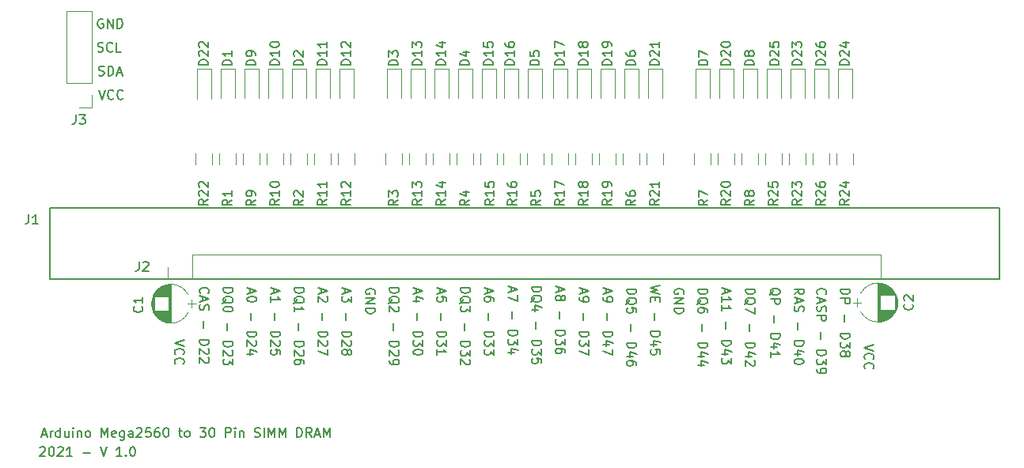
<source format=gbr>
%TF.GenerationSoftware,KiCad,Pcbnew,(5.1.9)-1*%
%TF.CreationDate,2021-01-16T23:23:18+11:00*%
%TF.ProjectId,megatosimm,6d656761-746f-4736-996d-6d2e6b696361,rev?*%
%TF.SameCoordinates,Original*%
%TF.FileFunction,Legend,Top*%
%TF.FilePolarity,Positive*%
%FSLAX46Y46*%
G04 Gerber Fmt 4.6, Leading zero omitted, Abs format (unit mm)*
G04 Created by KiCad (PCBNEW (5.1.9)-1) date 2021-01-16 23:23:18*
%MOMM*%
%LPD*%
G01*
G04 APERTURE LIST*
%ADD10C,0.150000*%
%ADD11C,0.120000*%
G04 APERTURE END LIST*
D10*
X110490095Y-76335000D02*
X110394857Y-76287380D01*
X110252000Y-76287380D01*
X110109142Y-76335000D01*
X110013904Y-76430238D01*
X109966285Y-76525476D01*
X109918666Y-76715952D01*
X109918666Y-76858809D01*
X109966285Y-77049285D01*
X110013904Y-77144523D01*
X110109142Y-77239761D01*
X110252000Y-77287380D01*
X110347238Y-77287380D01*
X110490095Y-77239761D01*
X110537714Y-77192142D01*
X110537714Y-76858809D01*
X110347238Y-76858809D01*
X110966285Y-77287380D02*
X110966285Y-76287380D01*
X111537714Y-77287380D01*
X111537714Y-76287380D01*
X112013904Y-77287380D02*
X112013904Y-76287380D01*
X112252000Y-76287380D01*
X112394857Y-76335000D01*
X112490095Y-76430238D01*
X112537714Y-76525476D01*
X112585333Y-76715952D01*
X112585333Y-76858809D01*
X112537714Y-77049285D01*
X112490095Y-77144523D01*
X112394857Y-77239761D01*
X112252000Y-77287380D01*
X112013904Y-77287380D01*
X109934523Y-79779761D02*
X110077380Y-79827380D01*
X110315476Y-79827380D01*
X110410714Y-79779761D01*
X110458333Y-79732142D01*
X110505952Y-79636904D01*
X110505952Y-79541666D01*
X110458333Y-79446428D01*
X110410714Y-79398809D01*
X110315476Y-79351190D01*
X110125000Y-79303571D01*
X110029761Y-79255952D01*
X109982142Y-79208333D01*
X109934523Y-79113095D01*
X109934523Y-79017857D01*
X109982142Y-78922619D01*
X110029761Y-78875000D01*
X110125000Y-78827380D01*
X110363095Y-78827380D01*
X110505952Y-78875000D01*
X111505952Y-79732142D02*
X111458333Y-79779761D01*
X111315476Y-79827380D01*
X111220238Y-79827380D01*
X111077380Y-79779761D01*
X110982142Y-79684523D01*
X110934523Y-79589285D01*
X110886904Y-79398809D01*
X110886904Y-79255952D01*
X110934523Y-79065476D01*
X110982142Y-78970238D01*
X111077380Y-78875000D01*
X111220238Y-78827380D01*
X111315476Y-78827380D01*
X111458333Y-78875000D01*
X111505952Y-78922619D01*
X112410714Y-79827380D02*
X111934523Y-79827380D01*
X111934523Y-78827380D01*
X110037714Y-82319761D02*
X110180571Y-82367380D01*
X110418666Y-82367380D01*
X110513904Y-82319761D01*
X110561523Y-82272142D01*
X110609142Y-82176904D01*
X110609142Y-82081666D01*
X110561523Y-81986428D01*
X110513904Y-81938809D01*
X110418666Y-81891190D01*
X110228190Y-81843571D01*
X110132952Y-81795952D01*
X110085333Y-81748333D01*
X110037714Y-81653095D01*
X110037714Y-81557857D01*
X110085333Y-81462619D01*
X110132952Y-81415000D01*
X110228190Y-81367380D01*
X110466285Y-81367380D01*
X110609142Y-81415000D01*
X111037714Y-82367380D02*
X111037714Y-81367380D01*
X111275809Y-81367380D01*
X111418666Y-81415000D01*
X111513904Y-81510238D01*
X111561523Y-81605476D01*
X111609142Y-81795952D01*
X111609142Y-81938809D01*
X111561523Y-82129285D01*
X111513904Y-82224523D01*
X111418666Y-82319761D01*
X111275809Y-82367380D01*
X111037714Y-82367380D01*
X111990095Y-82081666D02*
X112466285Y-82081666D01*
X111894857Y-82367380D02*
X112228190Y-81367380D01*
X112561523Y-82367380D01*
X110045666Y-83907380D02*
X110379000Y-84907380D01*
X110712333Y-83907380D01*
X111617095Y-84812142D02*
X111569476Y-84859761D01*
X111426619Y-84907380D01*
X111331380Y-84907380D01*
X111188523Y-84859761D01*
X111093285Y-84764523D01*
X111045666Y-84669285D01*
X110998047Y-84478809D01*
X110998047Y-84335952D01*
X111045666Y-84145476D01*
X111093285Y-84050238D01*
X111188523Y-83955000D01*
X111331380Y-83907380D01*
X111426619Y-83907380D01*
X111569476Y-83955000D01*
X111617095Y-84002619D01*
X112617095Y-84812142D02*
X112569476Y-84859761D01*
X112426619Y-84907380D01*
X112331380Y-84907380D01*
X112188523Y-84859761D01*
X112093285Y-84764523D01*
X112045666Y-84669285D01*
X111998047Y-84478809D01*
X111998047Y-84335952D01*
X112045666Y-84145476D01*
X112093285Y-84050238D01*
X112188523Y-83955000D01*
X112331380Y-83907380D01*
X112426619Y-83907380D01*
X112569476Y-83955000D01*
X112617095Y-84002619D01*
X103743761Y-122229619D02*
X103791380Y-122182000D01*
X103886619Y-122134380D01*
X104124714Y-122134380D01*
X104219952Y-122182000D01*
X104267571Y-122229619D01*
X104315190Y-122324857D01*
X104315190Y-122420095D01*
X104267571Y-122562952D01*
X103696142Y-123134380D01*
X104315190Y-123134380D01*
X104934238Y-122134380D02*
X105029476Y-122134380D01*
X105124714Y-122182000D01*
X105172333Y-122229619D01*
X105219952Y-122324857D01*
X105267571Y-122515333D01*
X105267571Y-122753428D01*
X105219952Y-122943904D01*
X105172333Y-123039142D01*
X105124714Y-123086761D01*
X105029476Y-123134380D01*
X104934238Y-123134380D01*
X104839000Y-123086761D01*
X104791380Y-123039142D01*
X104743761Y-122943904D01*
X104696142Y-122753428D01*
X104696142Y-122515333D01*
X104743761Y-122324857D01*
X104791380Y-122229619D01*
X104839000Y-122182000D01*
X104934238Y-122134380D01*
X105648523Y-122229619D02*
X105696142Y-122182000D01*
X105791380Y-122134380D01*
X106029476Y-122134380D01*
X106124714Y-122182000D01*
X106172333Y-122229619D01*
X106219952Y-122324857D01*
X106219952Y-122420095D01*
X106172333Y-122562952D01*
X105600904Y-123134380D01*
X106219952Y-123134380D01*
X107172333Y-123134380D02*
X106600904Y-123134380D01*
X106886619Y-123134380D02*
X106886619Y-122134380D01*
X106791380Y-122277238D01*
X106696142Y-122372476D01*
X106600904Y-122420095D01*
X108362809Y-122753428D02*
X109124714Y-122753428D01*
X110219952Y-122134380D02*
X110553285Y-123134380D01*
X110886619Y-122134380D01*
X112505666Y-123134380D02*
X111934238Y-123134380D01*
X112219952Y-123134380D02*
X112219952Y-122134380D01*
X112124714Y-122277238D01*
X112029476Y-122372476D01*
X111934238Y-122420095D01*
X112934238Y-123039142D02*
X112981857Y-123086761D01*
X112934238Y-123134380D01*
X112886619Y-123086761D01*
X112934238Y-123039142D01*
X112934238Y-123134380D01*
X113600904Y-122134380D02*
X113696142Y-122134380D01*
X113791380Y-122182000D01*
X113839000Y-122229619D01*
X113886619Y-122324857D01*
X113934238Y-122515333D01*
X113934238Y-122753428D01*
X113886619Y-122943904D01*
X113839000Y-123039142D01*
X113791380Y-123086761D01*
X113696142Y-123134380D01*
X113600904Y-123134380D01*
X113505666Y-123086761D01*
X113458047Y-123039142D01*
X113410428Y-122943904D01*
X113362809Y-122753428D01*
X113362809Y-122515333D01*
X113410428Y-122324857D01*
X113458047Y-122229619D01*
X113505666Y-122182000D01*
X113600904Y-122134380D01*
X192952619Y-111190738D02*
X191952619Y-111524071D01*
X192952619Y-111857404D01*
X192047857Y-112762166D02*
X192000238Y-112714547D01*
X191952619Y-112571690D01*
X191952619Y-112476452D01*
X192000238Y-112333595D01*
X192095476Y-112238357D01*
X192190714Y-112190738D01*
X192381190Y-112143119D01*
X192524047Y-112143119D01*
X192714523Y-112190738D01*
X192809761Y-112238357D01*
X192905000Y-112333595D01*
X192952619Y-112476452D01*
X192952619Y-112571690D01*
X192905000Y-112714547D01*
X192857380Y-112762166D01*
X192047857Y-113762166D02*
X192000238Y-113714547D01*
X191952619Y-113571690D01*
X191952619Y-113476452D01*
X192000238Y-113333595D01*
X192095476Y-113238357D01*
X192190714Y-113190738D01*
X192381190Y-113143119D01*
X192524047Y-113143119D01*
X192714523Y-113190738D01*
X192809761Y-113238357D01*
X192905000Y-113333595D01*
X192952619Y-113476452D01*
X192952619Y-113571690D01*
X192905000Y-113714547D01*
X192857380Y-113762166D01*
X189412619Y-105237595D02*
X190412619Y-105237595D01*
X190412619Y-105475690D01*
X190365000Y-105618547D01*
X190269761Y-105713785D01*
X190174523Y-105761404D01*
X189984047Y-105809023D01*
X189841190Y-105809023D01*
X189650714Y-105761404D01*
X189555476Y-105713785D01*
X189460238Y-105618547D01*
X189412619Y-105475690D01*
X189412619Y-105237595D01*
X189412619Y-106237595D02*
X190412619Y-106237595D01*
X190412619Y-106618547D01*
X190365000Y-106713785D01*
X190317380Y-106761404D01*
X190222142Y-106809023D01*
X190079285Y-106809023D01*
X189984047Y-106761404D01*
X189936428Y-106713785D01*
X189888809Y-106618547D01*
X189888809Y-106237595D01*
X189793571Y-107999500D02*
X189793571Y-108761404D01*
X189412619Y-109999500D02*
X190412619Y-109999500D01*
X190412619Y-110237595D01*
X190365000Y-110380452D01*
X190269761Y-110475690D01*
X190174523Y-110523309D01*
X189984047Y-110570928D01*
X189841190Y-110570928D01*
X189650714Y-110523309D01*
X189555476Y-110475690D01*
X189460238Y-110380452D01*
X189412619Y-110237595D01*
X189412619Y-109999500D01*
X190412619Y-110904261D02*
X190412619Y-111523309D01*
X190031666Y-111189976D01*
X190031666Y-111332833D01*
X189984047Y-111428071D01*
X189936428Y-111475690D01*
X189841190Y-111523309D01*
X189603095Y-111523309D01*
X189507857Y-111475690D01*
X189460238Y-111428071D01*
X189412619Y-111332833D01*
X189412619Y-111047119D01*
X189460238Y-110951880D01*
X189507857Y-110904261D01*
X189984047Y-112094738D02*
X190031666Y-111999500D01*
X190079285Y-111951880D01*
X190174523Y-111904261D01*
X190222142Y-111904261D01*
X190317380Y-111951880D01*
X190365000Y-111999500D01*
X190412619Y-112094738D01*
X190412619Y-112285214D01*
X190365000Y-112380452D01*
X190317380Y-112428071D01*
X190222142Y-112475690D01*
X190174523Y-112475690D01*
X190079285Y-112428071D01*
X190031666Y-112380452D01*
X189984047Y-112285214D01*
X189984047Y-112094738D01*
X189936428Y-111999500D01*
X189888809Y-111951880D01*
X189793571Y-111904261D01*
X189603095Y-111904261D01*
X189507857Y-111951880D01*
X189460238Y-111999500D01*
X189412619Y-112094738D01*
X189412619Y-112285214D01*
X189460238Y-112380452D01*
X189507857Y-112428071D01*
X189603095Y-112475690D01*
X189793571Y-112475690D01*
X189888809Y-112428071D01*
X189936428Y-112380452D01*
X189984047Y-112285214D01*
X186967857Y-105809023D02*
X186920238Y-105761404D01*
X186872619Y-105618547D01*
X186872619Y-105523309D01*
X186920238Y-105380452D01*
X187015476Y-105285214D01*
X187110714Y-105237595D01*
X187301190Y-105189976D01*
X187444047Y-105189976D01*
X187634523Y-105237595D01*
X187729761Y-105285214D01*
X187825000Y-105380452D01*
X187872619Y-105523309D01*
X187872619Y-105618547D01*
X187825000Y-105761404D01*
X187777380Y-105809023D01*
X187158333Y-106189976D02*
X187158333Y-106666166D01*
X186872619Y-106094738D02*
X187872619Y-106428071D01*
X186872619Y-106761404D01*
X186920238Y-107047119D02*
X186872619Y-107189976D01*
X186872619Y-107428071D01*
X186920238Y-107523309D01*
X186967857Y-107570928D01*
X187063095Y-107618547D01*
X187158333Y-107618547D01*
X187253571Y-107570928D01*
X187301190Y-107523309D01*
X187348809Y-107428071D01*
X187396428Y-107237595D01*
X187444047Y-107142357D01*
X187491666Y-107094738D01*
X187586904Y-107047119D01*
X187682142Y-107047119D01*
X187777380Y-107094738D01*
X187825000Y-107142357D01*
X187872619Y-107237595D01*
X187872619Y-107475690D01*
X187825000Y-107618547D01*
X186872619Y-108047119D02*
X187872619Y-108047119D01*
X187872619Y-108428071D01*
X187825000Y-108523309D01*
X187777380Y-108570928D01*
X187682142Y-108618547D01*
X187539285Y-108618547D01*
X187444047Y-108570928D01*
X187396428Y-108523309D01*
X187348809Y-108428071D01*
X187348809Y-108047119D01*
X187253571Y-109809023D02*
X187253571Y-110570928D01*
X186872619Y-111809023D02*
X187872619Y-111809023D01*
X187872619Y-112047119D01*
X187825000Y-112189976D01*
X187729761Y-112285214D01*
X187634523Y-112332833D01*
X187444047Y-112380452D01*
X187301190Y-112380452D01*
X187110714Y-112332833D01*
X187015476Y-112285214D01*
X186920238Y-112189976D01*
X186872619Y-112047119D01*
X186872619Y-111809023D01*
X187872619Y-112713785D02*
X187872619Y-113332833D01*
X187491666Y-112999500D01*
X187491666Y-113142357D01*
X187444047Y-113237595D01*
X187396428Y-113285214D01*
X187301190Y-113332833D01*
X187063095Y-113332833D01*
X186967857Y-113285214D01*
X186920238Y-113237595D01*
X186872619Y-113142357D01*
X186872619Y-112856642D01*
X186920238Y-112761404D01*
X186967857Y-112713785D01*
X186872619Y-113809023D02*
X186872619Y-113999500D01*
X186920238Y-114094738D01*
X186967857Y-114142357D01*
X187110714Y-114237595D01*
X187301190Y-114285214D01*
X187682142Y-114285214D01*
X187777380Y-114237595D01*
X187825000Y-114189976D01*
X187872619Y-114094738D01*
X187872619Y-113904261D01*
X187825000Y-113809023D01*
X187777380Y-113761404D01*
X187682142Y-113713785D01*
X187444047Y-113713785D01*
X187348809Y-113761404D01*
X187301190Y-113809023D01*
X187253571Y-113904261D01*
X187253571Y-114094738D01*
X187301190Y-114189976D01*
X187348809Y-114237595D01*
X187444047Y-114285214D01*
X184459619Y-105809023D02*
X184935809Y-105475690D01*
X184459619Y-105237595D02*
X185459619Y-105237595D01*
X185459619Y-105618547D01*
X185412000Y-105713785D01*
X185364380Y-105761404D01*
X185269142Y-105809023D01*
X185126285Y-105809023D01*
X185031047Y-105761404D01*
X184983428Y-105713785D01*
X184935809Y-105618547D01*
X184935809Y-105237595D01*
X184745333Y-106189976D02*
X184745333Y-106666166D01*
X184459619Y-106094738D02*
X185459619Y-106428071D01*
X184459619Y-106761404D01*
X184507238Y-107047119D02*
X184459619Y-107189976D01*
X184459619Y-107428071D01*
X184507238Y-107523309D01*
X184554857Y-107570928D01*
X184650095Y-107618547D01*
X184745333Y-107618547D01*
X184840571Y-107570928D01*
X184888190Y-107523309D01*
X184935809Y-107428071D01*
X184983428Y-107237595D01*
X185031047Y-107142357D01*
X185078666Y-107094738D01*
X185173904Y-107047119D01*
X185269142Y-107047119D01*
X185364380Y-107094738D01*
X185412000Y-107142357D01*
X185459619Y-107237595D01*
X185459619Y-107475690D01*
X185412000Y-107618547D01*
X184840571Y-108809023D02*
X184840571Y-109570928D01*
X184459619Y-110809023D02*
X185459619Y-110809023D01*
X185459619Y-111047119D01*
X185412000Y-111189976D01*
X185316761Y-111285214D01*
X185221523Y-111332833D01*
X185031047Y-111380452D01*
X184888190Y-111380452D01*
X184697714Y-111332833D01*
X184602476Y-111285214D01*
X184507238Y-111189976D01*
X184459619Y-111047119D01*
X184459619Y-110809023D01*
X185126285Y-112237595D02*
X184459619Y-112237595D01*
X185507238Y-111999500D02*
X184792952Y-111761404D01*
X184792952Y-112380452D01*
X185459619Y-112951880D02*
X185459619Y-113047119D01*
X185412000Y-113142357D01*
X185364380Y-113189976D01*
X185269142Y-113237595D01*
X185078666Y-113285214D01*
X184840571Y-113285214D01*
X184650095Y-113237595D01*
X184554857Y-113189976D01*
X184507238Y-113142357D01*
X184459619Y-113047119D01*
X184459619Y-112951880D01*
X184507238Y-112856642D01*
X184554857Y-112809023D01*
X184650095Y-112761404D01*
X184840571Y-112713785D01*
X185078666Y-112713785D01*
X185269142Y-112761404D01*
X185364380Y-112809023D01*
X185412000Y-112856642D01*
X185459619Y-112951880D01*
X181824380Y-105904261D02*
X181872000Y-105809023D01*
X181967238Y-105713785D01*
X182110095Y-105570928D01*
X182157714Y-105475690D01*
X182157714Y-105380452D01*
X181919619Y-105428071D02*
X181967238Y-105332833D01*
X182062476Y-105237595D01*
X182252952Y-105189976D01*
X182586285Y-105189976D01*
X182776761Y-105237595D01*
X182872000Y-105332833D01*
X182919619Y-105428071D01*
X182919619Y-105618547D01*
X182872000Y-105713785D01*
X182776761Y-105809023D01*
X182586285Y-105856642D01*
X182252952Y-105856642D01*
X182062476Y-105809023D01*
X181967238Y-105713785D01*
X181919619Y-105618547D01*
X181919619Y-105428071D01*
X181919619Y-106285214D02*
X182919619Y-106285214D01*
X182919619Y-106666166D01*
X182872000Y-106761404D01*
X182824380Y-106809023D01*
X182729142Y-106856642D01*
X182586285Y-106856642D01*
X182491047Y-106809023D01*
X182443428Y-106761404D01*
X182395809Y-106666166D01*
X182395809Y-106285214D01*
X182300571Y-108047119D02*
X182300571Y-108809023D01*
X181919619Y-110047119D02*
X182919619Y-110047119D01*
X182919619Y-110285214D01*
X182872000Y-110428071D01*
X182776761Y-110523309D01*
X182681523Y-110570928D01*
X182491047Y-110618547D01*
X182348190Y-110618547D01*
X182157714Y-110570928D01*
X182062476Y-110523309D01*
X181967238Y-110428071D01*
X181919619Y-110285214D01*
X181919619Y-110047119D01*
X182586285Y-111475690D02*
X181919619Y-111475690D01*
X182967238Y-111237595D02*
X182252952Y-110999500D01*
X182252952Y-111618547D01*
X181919619Y-112523309D02*
X181919619Y-111951880D01*
X181919619Y-112237595D02*
X182919619Y-112237595D01*
X182776761Y-112142357D01*
X182681523Y-112047119D01*
X182633904Y-111951880D01*
X179252619Y-105237595D02*
X180252619Y-105237595D01*
X180252619Y-105475690D01*
X180205000Y-105618547D01*
X180109761Y-105713785D01*
X180014523Y-105761404D01*
X179824047Y-105809023D01*
X179681190Y-105809023D01*
X179490714Y-105761404D01*
X179395476Y-105713785D01*
X179300238Y-105618547D01*
X179252619Y-105475690D01*
X179252619Y-105237595D01*
X179157380Y-106904261D02*
X179205000Y-106809023D01*
X179300238Y-106713785D01*
X179443095Y-106570928D01*
X179490714Y-106475690D01*
X179490714Y-106380452D01*
X179252619Y-106428071D02*
X179300238Y-106332833D01*
X179395476Y-106237595D01*
X179585952Y-106189976D01*
X179919285Y-106189976D01*
X180109761Y-106237595D01*
X180205000Y-106332833D01*
X180252619Y-106428071D01*
X180252619Y-106618547D01*
X180205000Y-106713785D01*
X180109761Y-106809023D01*
X179919285Y-106856642D01*
X179585952Y-106856642D01*
X179395476Y-106809023D01*
X179300238Y-106713785D01*
X179252619Y-106618547D01*
X179252619Y-106428071D01*
X180252619Y-107189976D02*
X180252619Y-107856642D01*
X179252619Y-107428071D01*
X179633571Y-108999500D02*
X179633571Y-109761404D01*
X179252619Y-110999500D02*
X180252619Y-110999500D01*
X180252619Y-111237595D01*
X180205000Y-111380452D01*
X180109761Y-111475690D01*
X180014523Y-111523309D01*
X179824047Y-111570928D01*
X179681190Y-111570928D01*
X179490714Y-111523309D01*
X179395476Y-111475690D01*
X179300238Y-111380452D01*
X179252619Y-111237595D01*
X179252619Y-110999500D01*
X179919285Y-112428071D02*
X179252619Y-112428071D01*
X180300238Y-112189976D02*
X179585952Y-111951880D01*
X179585952Y-112570928D01*
X180157380Y-112904261D02*
X180205000Y-112951880D01*
X180252619Y-113047119D01*
X180252619Y-113285214D01*
X180205000Y-113380452D01*
X180157380Y-113428071D01*
X180062142Y-113475690D01*
X179966904Y-113475690D01*
X179824047Y-113428071D01*
X179252619Y-112856642D01*
X179252619Y-113475690D01*
X176998333Y-105189976D02*
X176998333Y-105666166D01*
X176712619Y-105094738D02*
X177712619Y-105428071D01*
X176712619Y-105761404D01*
X176712619Y-106618547D02*
X176712619Y-106047119D01*
X176712619Y-106332833D02*
X177712619Y-106332833D01*
X177569761Y-106237595D01*
X177474523Y-106142357D01*
X177426904Y-106047119D01*
X176712619Y-107570928D02*
X176712619Y-106999500D01*
X176712619Y-107285214D02*
X177712619Y-107285214D01*
X177569761Y-107189976D01*
X177474523Y-107094738D01*
X177426904Y-106999500D01*
X177093571Y-108761404D02*
X177093571Y-109523309D01*
X176712619Y-110761404D02*
X177712619Y-110761404D01*
X177712619Y-110999500D01*
X177665000Y-111142357D01*
X177569761Y-111237595D01*
X177474523Y-111285214D01*
X177284047Y-111332833D01*
X177141190Y-111332833D01*
X176950714Y-111285214D01*
X176855476Y-111237595D01*
X176760238Y-111142357D01*
X176712619Y-110999500D01*
X176712619Y-110761404D01*
X177379285Y-112189976D02*
X176712619Y-112189976D01*
X177760238Y-111951880D02*
X177045952Y-111713785D01*
X177045952Y-112332833D01*
X177712619Y-112618547D02*
X177712619Y-113237595D01*
X177331666Y-112904261D01*
X177331666Y-113047119D01*
X177284047Y-113142357D01*
X177236428Y-113189976D01*
X177141190Y-113237595D01*
X176903095Y-113237595D01*
X176807857Y-113189976D01*
X176760238Y-113142357D01*
X176712619Y-113047119D01*
X176712619Y-112761404D01*
X176760238Y-112666166D01*
X176807857Y-112618547D01*
X174172619Y-105237595D02*
X175172619Y-105237595D01*
X175172619Y-105475690D01*
X175125000Y-105618547D01*
X175029761Y-105713785D01*
X174934523Y-105761404D01*
X174744047Y-105809023D01*
X174601190Y-105809023D01*
X174410714Y-105761404D01*
X174315476Y-105713785D01*
X174220238Y-105618547D01*
X174172619Y-105475690D01*
X174172619Y-105237595D01*
X174077380Y-106904261D02*
X174125000Y-106809023D01*
X174220238Y-106713785D01*
X174363095Y-106570928D01*
X174410714Y-106475690D01*
X174410714Y-106380452D01*
X174172619Y-106428071D02*
X174220238Y-106332833D01*
X174315476Y-106237595D01*
X174505952Y-106189976D01*
X174839285Y-106189976D01*
X175029761Y-106237595D01*
X175125000Y-106332833D01*
X175172619Y-106428071D01*
X175172619Y-106618547D01*
X175125000Y-106713785D01*
X175029761Y-106809023D01*
X174839285Y-106856642D01*
X174505952Y-106856642D01*
X174315476Y-106809023D01*
X174220238Y-106713785D01*
X174172619Y-106618547D01*
X174172619Y-106428071D01*
X175172619Y-107713785D02*
X175172619Y-107523309D01*
X175125000Y-107428071D01*
X175077380Y-107380452D01*
X174934523Y-107285214D01*
X174744047Y-107237595D01*
X174363095Y-107237595D01*
X174267857Y-107285214D01*
X174220238Y-107332833D01*
X174172619Y-107428071D01*
X174172619Y-107618547D01*
X174220238Y-107713785D01*
X174267857Y-107761404D01*
X174363095Y-107809023D01*
X174601190Y-107809023D01*
X174696428Y-107761404D01*
X174744047Y-107713785D01*
X174791666Y-107618547D01*
X174791666Y-107428071D01*
X174744047Y-107332833D01*
X174696428Y-107285214D01*
X174601190Y-107237595D01*
X174553571Y-108999500D02*
X174553571Y-109761404D01*
X174172619Y-110999500D02*
X175172619Y-110999500D01*
X175172619Y-111237595D01*
X175125000Y-111380452D01*
X175029761Y-111475690D01*
X174934523Y-111523309D01*
X174744047Y-111570928D01*
X174601190Y-111570928D01*
X174410714Y-111523309D01*
X174315476Y-111475690D01*
X174220238Y-111380452D01*
X174172619Y-111237595D01*
X174172619Y-110999500D01*
X174839285Y-112428071D02*
X174172619Y-112428071D01*
X175220238Y-112189976D02*
X174505952Y-111951880D01*
X174505952Y-112570928D01*
X174839285Y-113380452D02*
X174172619Y-113380452D01*
X175220238Y-113142357D02*
X174505952Y-112904261D01*
X174505952Y-113523309D01*
X172585000Y-105761404D02*
X172632619Y-105666166D01*
X172632619Y-105523309D01*
X172585000Y-105380452D01*
X172489761Y-105285214D01*
X172394523Y-105237595D01*
X172204047Y-105189976D01*
X172061190Y-105189976D01*
X171870714Y-105237595D01*
X171775476Y-105285214D01*
X171680238Y-105380452D01*
X171632619Y-105523309D01*
X171632619Y-105618547D01*
X171680238Y-105761404D01*
X171727857Y-105809023D01*
X172061190Y-105809023D01*
X172061190Y-105618547D01*
X171632619Y-106237595D02*
X172632619Y-106237595D01*
X171632619Y-106809023D01*
X172632619Y-106809023D01*
X171632619Y-107285214D02*
X172632619Y-107285214D01*
X172632619Y-107523309D01*
X172585000Y-107666166D01*
X172489761Y-107761404D01*
X172394523Y-107809023D01*
X172204047Y-107856642D01*
X172061190Y-107856642D01*
X171870714Y-107809023D01*
X171775476Y-107761404D01*
X171680238Y-107666166D01*
X171632619Y-107523309D01*
X171632619Y-107285214D01*
X170092619Y-104888357D02*
X169092619Y-105126452D01*
X169806904Y-105316928D01*
X169092619Y-105507404D01*
X170092619Y-105745500D01*
X169616428Y-106126452D02*
X169616428Y-106459785D01*
X169092619Y-106602642D02*
X169092619Y-106126452D01*
X170092619Y-106126452D01*
X170092619Y-106602642D01*
X169473571Y-107793119D02*
X169473571Y-108555023D01*
X169092619Y-109793119D02*
X170092619Y-109793119D01*
X170092619Y-110031214D01*
X170045000Y-110174071D01*
X169949761Y-110269309D01*
X169854523Y-110316928D01*
X169664047Y-110364547D01*
X169521190Y-110364547D01*
X169330714Y-110316928D01*
X169235476Y-110269309D01*
X169140238Y-110174071D01*
X169092619Y-110031214D01*
X169092619Y-109793119D01*
X169759285Y-111221690D02*
X169092619Y-111221690D01*
X170140238Y-110983595D02*
X169425952Y-110745500D01*
X169425952Y-111364547D01*
X170092619Y-112221690D02*
X170092619Y-111745500D01*
X169616428Y-111697880D01*
X169664047Y-111745500D01*
X169711666Y-111840738D01*
X169711666Y-112078833D01*
X169664047Y-112174071D01*
X169616428Y-112221690D01*
X169521190Y-112269309D01*
X169283095Y-112269309D01*
X169187857Y-112221690D01*
X169140238Y-112174071D01*
X169092619Y-112078833D01*
X169092619Y-111840738D01*
X169140238Y-111745500D01*
X169187857Y-111697880D01*
X166552619Y-105237595D02*
X167552619Y-105237595D01*
X167552619Y-105475690D01*
X167505000Y-105618547D01*
X167409761Y-105713785D01*
X167314523Y-105761404D01*
X167124047Y-105809023D01*
X166981190Y-105809023D01*
X166790714Y-105761404D01*
X166695476Y-105713785D01*
X166600238Y-105618547D01*
X166552619Y-105475690D01*
X166552619Y-105237595D01*
X166457380Y-106904261D02*
X166505000Y-106809023D01*
X166600238Y-106713785D01*
X166743095Y-106570928D01*
X166790714Y-106475690D01*
X166790714Y-106380452D01*
X166552619Y-106428071D02*
X166600238Y-106332833D01*
X166695476Y-106237595D01*
X166885952Y-106189976D01*
X167219285Y-106189976D01*
X167409761Y-106237595D01*
X167505000Y-106332833D01*
X167552619Y-106428071D01*
X167552619Y-106618547D01*
X167505000Y-106713785D01*
X167409761Y-106809023D01*
X167219285Y-106856642D01*
X166885952Y-106856642D01*
X166695476Y-106809023D01*
X166600238Y-106713785D01*
X166552619Y-106618547D01*
X166552619Y-106428071D01*
X167552619Y-107761404D02*
X167552619Y-107285214D01*
X167076428Y-107237595D01*
X167124047Y-107285214D01*
X167171666Y-107380452D01*
X167171666Y-107618547D01*
X167124047Y-107713785D01*
X167076428Y-107761404D01*
X166981190Y-107809023D01*
X166743095Y-107809023D01*
X166647857Y-107761404D01*
X166600238Y-107713785D01*
X166552619Y-107618547D01*
X166552619Y-107380452D01*
X166600238Y-107285214D01*
X166647857Y-107237595D01*
X166933571Y-108999500D02*
X166933571Y-109761404D01*
X166552619Y-110999500D02*
X167552619Y-110999500D01*
X167552619Y-111237595D01*
X167505000Y-111380452D01*
X167409761Y-111475690D01*
X167314523Y-111523309D01*
X167124047Y-111570928D01*
X166981190Y-111570928D01*
X166790714Y-111523309D01*
X166695476Y-111475690D01*
X166600238Y-111380452D01*
X166552619Y-111237595D01*
X166552619Y-110999500D01*
X167219285Y-112428071D02*
X166552619Y-112428071D01*
X167600238Y-112189976D02*
X166885952Y-111951880D01*
X166885952Y-112570928D01*
X167552619Y-113380452D02*
X167552619Y-113189976D01*
X167505000Y-113094738D01*
X167457380Y-113047119D01*
X167314523Y-112951880D01*
X167124047Y-112904261D01*
X166743095Y-112904261D01*
X166647857Y-112951880D01*
X166600238Y-112999500D01*
X166552619Y-113094738D01*
X166552619Y-113285214D01*
X166600238Y-113380452D01*
X166647857Y-113428071D01*
X166743095Y-113475690D01*
X166981190Y-113475690D01*
X167076428Y-113428071D01*
X167124047Y-113380452D01*
X167171666Y-113285214D01*
X167171666Y-113094738D01*
X167124047Y-112999500D01*
X167076428Y-112951880D01*
X166981190Y-112904261D01*
X164298333Y-105189976D02*
X164298333Y-105666166D01*
X164012619Y-105094738D02*
X165012619Y-105428071D01*
X164012619Y-105761404D01*
X164012619Y-106142357D02*
X164012619Y-106332833D01*
X164060238Y-106428071D01*
X164107857Y-106475690D01*
X164250714Y-106570928D01*
X164441190Y-106618547D01*
X164822142Y-106618547D01*
X164917380Y-106570928D01*
X164965000Y-106523309D01*
X165012619Y-106428071D01*
X165012619Y-106237595D01*
X164965000Y-106142357D01*
X164917380Y-106094738D01*
X164822142Y-106047119D01*
X164584047Y-106047119D01*
X164488809Y-106094738D01*
X164441190Y-106142357D01*
X164393571Y-106237595D01*
X164393571Y-106428071D01*
X164441190Y-106523309D01*
X164488809Y-106570928D01*
X164584047Y-106618547D01*
X164393571Y-107809023D02*
X164393571Y-108570928D01*
X164012619Y-109809023D02*
X165012619Y-109809023D01*
X165012619Y-110047119D01*
X164965000Y-110189976D01*
X164869761Y-110285214D01*
X164774523Y-110332833D01*
X164584047Y-110380452D01*
X164441190Y-110380452D01*
X164250714Y-110332833D01*
X164155476Y-110285214D01*
X164060238Y-110189976D01*
X164012619Y-110047119D01*
X164012619Y-109809023D01*
X164679285Y-111237595D02*
X164012619Y-111237595D01*
X165060238Y-110999500D02*
X164345952Y-110761404D01*
X164345952Y-111380452D01*
X165012619Y-111666166D02*
X165012619Y-112332833D01*
X164012619Y-111904261D01*
X161758333Y-105189976D02*
X161758333Y-105666166D01*
X161472619Y-105094738D02*
X162472619Y-105428071D01*
X161472619Y-105761404D01*
X161472619Y-106142357D02*
X161472619Y-106332833D01*
X161520238Y-106428071D01*
X161567857Y-106475690D01*
X161710714Y-106570928D01*
X161901190Y-106618547D01*
X162282142Y-106618547D01*
X162377380Y-106570928D01*
X162425000Y-106523309D01*
X162472619Y-106428071D01*
X162472619Y-106237595D01*
X162425000Y-106142357D01*
X162377380Y-106094738D01*
X162282142Y-106047119D01*
X162044047Y-106047119D01*
X161948809Y-106094738D01*
X161901190Y-106142357D01*
X161853571Y-106237595D01*
X161853571Y-106428071D01*
X161901190Y-106523309D01*
X161948809Y-106570928D01*
X162044047Y-106618547D01*
X161853571Y-107809023D02*
X161853571Y-108570928D01*
X161472619Y-109809023D02*
X162472619Y-109809023D01*
X162472619Y-110047119D01*
X162425000Y-110189976D01*
X162329761Y-110285214D01*
X162234523Y-110332833D01*
X162044047Y-110380452D01*
X161901190Y-110380452D01*
X161710714Y-110332833D01*
X161615476Y-110285214D01*
X161520238Y-110189976D01*
X161472619Y-110047119D01*
X161472619Y-109809023D01*
X162472619Y-110713785D02*
X162472619Y-111332833D01*
X162091666Y-110999500D01*
X162091666Y-111142357D01*
X162044047Y-111237595D01*
X161996428Y-111285214D01*
X161901190Y-111332833D01*
X161663095Y-111332833D01*
X161567857Y-111285214D01*
X161520238Y-111237595D01*
X161472619Y-111142357D01*
X161472619Y-110856642D01*
X161520238Y-110761404D01*
X161567857Y-110713785D01*
X162472619Y-111666166D02*
X162472619Y-112332833D01*
X161472619Y-111904261D01*
X159218333Y-105062976D02*
X159218333Y-105539166D01*
X158932619Y-104967738D02*
X159932619Y-105301071D01*
X158932619Y-105634404D01*
X159504047Y-106110595D02*
X159551666Y-106015357D01*
X159599285Y-105967738D01*
X159694523Y-105920119D01*
X159742142Y-105920119D01*
X159837380Y-105967738D01*
X159885000Y-106015357D01*
X159932619Y-106110595D01*
X159932619Y-106301071D01*
X159885000Y-106396309D01*
X159837380Y-106443928D01*
X159742142Y-106491547D01*
X159694523Y-106491547D01*
X159599285Y-106443928D01*
X159551666Y-106396309D01*
X159504047Y-106301071D01*
X159504047Y-106110595D01*
X159456428Y-106015357D01*
X159408809Y-105967738D01*
X159313571Y-105920119D01*
X159123095Y-105920119D01*
X159027857Y-105967738D01*
X158980238Y-106015357D01*
X158932619Y-106110595D01*
X158932619Y-106301071D01*
X158980238Y-106396309D01*
X159027857Y-106443928D01*
X159123095Y-106491547D01*
X159313571Y-106491547D01*
X159408809Y-106443928D01*
X159456428Y-106396309D01*
X159504047Y-106301071D01*
X159313571Y-107682023D02*
X159313571Y-108443928D01*
X158932619Y-109682023D02*
X159932619Y-109682023D01*
X159932619Y-109920119D01*
X159885000Y-110062976D01*
X159789761Y-110158214D01*
X159694523Y-110205833D01*
X159504047Y-110253452D01*
X159361190Y-110253452D01*
X159170714Y-110205833D01*
X159075476Y-110158214D01*
X158980238Y-110062976D01*
X158932619Y-109920119D01*
X158932619Y-109682023D01*
X159932619Y-110586785D02*
X159932619Y-111205833D01*
X159551666Y-110872500D01*
X159551666Y-111015357D01*
X159504047Y-111110595D01*
X159456428Y-111158214D01*
X159361190Y-111205833D01*
X159123095Y-111205833D01*
X159027857Y-111158214D01*
X158980238Y-111110595D01*
X158932619Y-111015357D01*
X158932619Y-110729642D01*
X158980238Y-110634404D01*
X159027857Y-110586785D01*
X159932619Y-112062976D02*
X159932619Y-111872500D01*
X159885000Y-111777261D01*
X159837380Y-111729642D01*
X159694523Y-111634404D01*
X159504047Y-111586785D01*
X159123095Y-111586785D01*
X159027857Y-111634404D01*
X158980238Y-111682023D01*
X158932619Y-111777261D01*
X158932619Y-111967738D01*
X158980238Y-112062976D01*
X159027857Y-112110595D01*
X159123095Y-112158214D01*
X159361190Y-112158214D01*
X159456428Y-112110595D01*
X159504047Y-112062976D01*
X159551666Y-111967738D01*
X159551666Y-111777261D01*
X159504047Y-111682023D01*
X159456428Y-111634404D01*
X159361190Y-111586785D01*
X156392619Y-104983595D02*
X157392619Y-104983595D01*
X157392619Y-105221690D01*
X157345000Y-105364547D01*
X157249761Y-105459785D01*
X157154523Y-105507404D01*
X156964047Y-105555023D01*
X156821190Y-105555023D01*
X156630714Y-105507404D01*
X156535476Y-105459785D01*
X156440238Y-105364547D01*
X156392619Y-105221690D01*
X156392619Y-104983595D01*
X156297380Y-106650261D02*
X156345000Y-106555023D01*
X156440238Y-106459785D01*
X156583095Y-106316928D01*
X156630714Y-106221690D01*
X156630714Y-106126452D01*
X156392619Y-106174071D02*
X156440238Y-106078833D01*
X156535476Y-105983595D01*
X156725952Y-105935976D01*
X157059285Y-105935976D01*
X157249761Y-105983595D01*
X157345000Y-106078833D01*
X157392619Y-106174071D01*
X157392619Y-106364547D01*
X157345000Y-106459785D01*
X157249761Y-106555023D01*
X157059285Y-106602642D01*
X156725952Y-106602642D01*
X156535476Y-106555023D01*
X156440238Y-106459785D01*
X156392619Y-106364547D01*
X156392619Y-106174071D01*
X157059285Y-107459785D02*
X156392619Y-107459785D01*
X157440238Y-107221690D02*
X156725952Y-106983595D01*
X156725952Y-107602642D01*
X156773571Y-108745500D02*
X156773571Y-109507404D01*
X156392619Y-110745500D02*
X157392619Y-110745500D01*
X157392619Y-110983595D01*
X157345000Y-111126452D01*
X157249761Y-111221690D01*
X157154523Y-111269309D01*
X156964047Y-111316928D01*
X156821190Y-111316928D01*
X156630714Y-111269309D01*
X156535476Y-111221690D01*
X156440238Y-111126452D01*
X156392619Y-110983595D01*
X156392619Y-110745500D01*
X157392619Y-111650261D02*
X157392619Y-112269309D01*
X157011666Y-111935976D01*
X157011666Y-112078833D01*
X156964047Y-112174071D01*
X156916428Y-112221690D01*
X156821190Y-112269309D01*
X156583095Y-112269309D01*
X156487857Y-112221690D01*
X156440238Y-112174071D01*
X156392619Y-112078833D01*
X156392619Y-111793119D01*
X156440238Y-111697880D01*
X156487857Y-111650261D01*
X157392619Y-113174071D02*
X157392619Y-112697880D01*
X156916428Y-112650261D01*
X156964047Y-112697880D01*
X157011666Y-112793119D01*
X157011666Y-113031214D01*
X156964047Y-113126452D01*
X156916428Y-113174071D01*
X156821190Y-113221690D01*
X156583095Y-113221690D01*
X156487857Y-113174071D01*
X156440238Y-113126452D01*
X156392619Y-113031214D01*
X156392619Y-112793119D01*
X156440238Y-112697880D01*
X156487857Y-112650261D01*
X154138333Y-105062976D02*
X154138333Y-105539166D01*
X153852619Y-104967738D02*
X154852619Y-105301071D01*
X153852619Y-105634404D01*
X154852619Y-105872500D02*
X154852619Y-106539166D01*
X153852619Y-106110595D01*
X154233571Y-107682023D02*
X154233571Y-108443928D01*
X153852619Y-109682023D02*
X154852619Y-109682023D01*
X154852619Y-109920119D01*
X154805000Y-110062976D01*
X154709761Y-110158214D01*
X154614523Y-110205833D01*
X154424047Y-110253452D01*
X154281190Y-110253452D01*
X154090714Y-110205833D01*
X153995476Y-110158214D01*
X153900238Y-110062976D01*
X153852619Y-109920119D01*
X153852619Y-109682023D01*
X154852619Y-110586785D02*
X154852619Y-111205833D01*
X154471666Y-110872500D01*
X154471666Y-111015357D01*
X154424047Y-111110595D01*
X154376428Y-111158214D01*
X154281190Y-111205833D01*
X154043095Y-111205833D01*
X153947857Y-111158214D01*
X153900238Y-111110595D01*
X153852619Y-111015357D01*
X153852619Y-110729642D01*
X153900238Y-110634404D01*
X153947857Y-110586785D01*
X154519285Y-112062976D02*
X153852619Y-112062976D01*
X154900238Y-111824880D02*
X154185952Y-111586785D01*
X154185952Y-112205833D01*
X151598333Y-105189976D02*
X151598333Y-105666166D01*
X151312619Y-105094738D02*
X152312619Y-105428071D01*
X151312619Y-105761404D01*
X152312619Y-106523309D02*
X152312619Y-106332833D01*
X152265000Y-106237595D01*
X152217380Y-106189976D01*
X152074523Y-106094738D01*
X151884047Y-106047119D01*
X151503095Y-106047119D01*
X151407857Y-106094738D01*
X151360238Y-106142357D01*
X151312619Y-106237595D01*
X151312619Y-106428071D01*
X151360238Y-106523309D01*
X151407857Y-106570928D01*
X151503095Y-106618547D01*
X151741190Y-106618547D01*
X151836428Y-106570928D01*
X151884047Y-106523309D01*
X151931666Y-106428071D01*
X151931666Y-106237595D01*
X151884047Y-106142357D01*
X151836428Y-106094738D01*
X151741190Y-106047119D01*
X151693571Y-107809023D02*
X151693571Y-108570928D01*
X151312619Y-109809023D02*
X152312619Y-109809023D01*
X152312619Y-110047119D01*
X152265000Y-110189976D01*
X152169761Y-110285214D01*
X152074523Y-110332833D01*
X151884047Y-110380452D01*
X151741190Y-110380452D01*
X151550714Y-110332833D01*
X151455476Y-110285214D01*
X151360238Y-110189976D01*
X151312619Y-110047119D01*
X151312619Y-109809023D01*
X152312619Y-110713785D02*
X152312619Y-111332833D01*
X151931666Y-110999500D01*
X151931666Y-111142357D01*
X151884047Y-111237595D01*
X151836428Y-111285214D01*
X151741190Y-111332833D01*
X151503095Y-111332833D01*
X151407857Y-111285214D01*
X151360238Y-111237595D01*
X151312619Y-111142357D01*
X151312619Y-110856642D01*
X151360238Y-110761404D01*
X151407857Y-110713785D01*
X152312619Y-111666166D02*
X152312619Y-112285214D01*
X151931666Y-111951880D01*
X151931666Y-112094738D01*
X151884047Y-112189976D01*
X151836428Y-112237595D01*
X151741190Y-112285214D01*
X151503095Y-112285214D01*
X151407857Y-112237595D01*
X151360238Y-112189976D01*
X151312619Y-112094738D01*
X151312619Y-111809023D01*
X151360238Y-111713785D01*
X151407857Y-111666166D01*
X148772619Y-105110595D02*
X149772619Y-105110595D01*
X149772619Y-105348690D01*
X149725000Y-105491547D01*
X149629761Y-105586785D01*
X149534523Y-105634404D01*
X149344047Y-105682023D01*
X149201190Y-105682023D01*
X149010714Y-105634404D01*
X148915476Y-105586785D01*
X148820238Y-105491547D01*
X148772619Y-105348690D01*
X148772619Y-105110595D01*
X148677380Y-106777261D02*
X148725000Y-106682023D01*
X148820238Y-106586785D01*
X148963095Y-106443928D01*
X149010714Y-106348690D01*
X149010714Y-106253452D01*
X148772619Y-106301071D02*
X148820238Y-106205833D01*
X148915476Y-106110595D01*
X149105952Y-106062976D01*
X149439285Y-106062976D01*
X149629761Y-106110595D01*
X149725000Y-106205833D01*
X149772619Y-106301071D01*
X149772619Y-106491547D01*
X149725000Y-106586785D01*
X149629761Y-106682023D01*
X149439285Y-106729642D01*
X149105952Y-106729642D01*
X148915476Y-106682023D01*
X148820238Y-106586785D01*
X148772619Y-106491547D01*
X148772619Y-106301071D01*
X149772619Y-107062976D02*
X149772619Y-107682023D01*
X149391666Y-107348690D01*
X149391666Y-107491547D01*
X149344047Y-107586785D01*
X149296428Y-107634404D01*
X149201190Y-107682023D01*
X148963095Y-107682023D01*
X148867857Y-107634404D01*
X148820238Y-107586785D01*
X148772619Y-107491547D01*
X148772619Y-107205833D01*
X148820238Y-107110595D01*
X148867857Y-107062976D01*
X149153571Y-108872500D02*
X149153571Y-109634404D01*
X148772619Y-110872500D02*
X149772619Y-110872500D01*
X149772619Y-111110595D01*
X149725000Y-111253452D01*
X149629761Y-111348690D01*
X149534523Y-111396309D01*
X149344047Y-111443928D01*
X149201190Y-111443928D01*
X149010714Y-111396309D01*
X148915476Y-111348690D01*
X148820238Y-111253452D01*
X148772619Y-111110595D01*
X148772619Y-110872500D01*
X149772619Y-111777261D02*
X149772619Y-112396309D01*
X149391666Y-112062976D01*
X149391666Y-112205833D01*
X149344047Y-112301071D01*
X149296428Y-112348690D01*
X149201190Y-112396309D01*
X148963095Y-112396309D01*
X148867857Y-112348690D01*
X148820238Y-112301071D01*
X148772619Y-112205833D01*
X148772619Y-111920119D01*
X148820238Y-111824880D01*
X148867857Y-111777261D01*
X149677380Y-112777261D02*
X149725000Y-112824880D01*
X149772619Y-112920119D01*
X149772619Y-113158214D01*
X149725000Y-113253452D01*
X149677380Y-113301071D01*
X149582142Y-113348690D01*
X149486904Y-113348690D01*
X149344047Y-113301071D01*
X148772619Y-112729642D01*
X148772619Y-113348690D01*
X146518333Y-105189976D02*
X146518333Y-105666166D01*
X146232619Y-105094738D02*
X147232619Y-105428071D01*
X146232619Y-105761404D01*
X147232619Y-106570928D02*
X147232619Y-106094738D01*
X146756428Y-106047119D01*
X146804047Y-106094738D01*
X146851666Y-106189976D01*
X146851666Y-106428071D01*
X146804047Y-106523309D01*
X146756428Y-106570928D01*
X146661190Y-106618547D01*
X146423095Y-106618547D01*
X146327857Y-106570928D01*
X146280238Y-106523309D01*
X146232619Y-106428071D01*
X146232619Y-106189976D01*
X146280238Y-106094738D01*
X146327857Y-106047119D01*
X146613571Y-107809023D02*
X146613571Y-108570928D01*
X146232619Y-109809023D02*
X147232619Y-109809023D01*
X147232619Y-110047119D01*
X147185000Y-110189976D01*
X147089761Y-110285214D01*
X146994523Y-110332833D01*
X146804047Y-110380452D01*
X146661190Y-110380452D01*
X146470714Y-110332833D01*
X146375476Y-110285214D01*
X146280238Y-110189976D01*
X146232619Y-110047119D01*
X146232619Y-109809023D01*
X147232619Y-110713785D02*
X147232619Y-111332833D01*
X146851666Y-110999500D01*
X146851666Y-111142357D01*
X146804047Y-111237595D01*
X146756428Y-111285214D01*
X146661190Y-111332833D01*
X146423095Y-111332833D01*
X146327857Y-111285214D01*
X146280238Y-111237595D01*
X146232619Y-111142357D01*
X146232619Y-110856642D01*
X146280238Y-110761404D01*
X146327857Y-110713785D01*
X146232619Y-112285214D02*
X146232619Y-111713785D01*
X146232619Y-111999500D02*
X147232619Y-111999500D01*
X147089761Y-111904261D01*
X146994523Y-111809023D01*
X146946904Y-111713785D01*
X143978333Y-105189976D02*
X143978333Y-105666166D01*
X143692619Y-105094738D02*
X144692619Y-105428071D01*
X143692619Y-105761404D01*
X144359285Y-106523309D02*
X143692619Y-106523309D01*
X144740238Y-106285214D02*
X144025952Y-106047119D01*
X144025952Y-106666166D01*
X144073571Y-107809023D02*
X144073571Y-108570928D01*
X143692619Y-109809023D02*
X144692619Y-109809023D01*
X144692619Y-110047119D01*
X144645000Y-110189976D01*
X144549761Y-110285214D01*
X144454523Y-110332833D01*
X144264047Y-110380452D01*
X144121190Y-110380452D01*
X143930714Y-110332833D01*
X143835476Y-110285214D01*
X143740238Y-110189976D01*
X143692619Y-110047119D01*
X143692619Y-109809023D01*
X144692619Y-110713785D02*
X144692619Y-111332833D01*
X144311666Y-110999500D01*
X144311666Y-111142357D01*
X144264047Y-111237595D01*
X144216428Y-111285214D01*
X144121190Y-111332833D01*
X143883095Y-111332833D01*
X143787857Y-111285214D01*
X143740238Y-111237595D01*
X143692619Y-111142357D01*
X143692619Y-110856642D01*
X143740238Y-110761404D01*
X143787857Y-110713785D01*
X144692619Y-111951880D02*
X144692619Y-112047119D01*
X144645000Y-112142357D01*
X144597380Y-112189976D01*
X144502142Y-112237595D01*
X144311666Y-112285214D01*
X144073571Y-112285214D01*
X143883095Y-112237595D01*
X143787857Y-112189976D01*
X143740238Y-112142357D01*
X143692619Y-112047119D01*
X143692619Y-111951880D01*
X143740238Y-111856642D01*
X143787857Y-111809023D01*
X143883095Y-111761404D01*
X144073571Y-111713785D01*
X144311666Y-111713785D01*
X144502142Y-111761404D01*
X144597380Y-111809023D01*
X144645000Y-111856642D01*
X144692619Y-111951880D01*
X141152619Y-105110595D02*
X142152619Y-105110595D01*
X142152619Y-105348690D01*
X142105000Y-105491547D01*
X142009761Y-105586785D01*
X141914523Y-105634404D01*
X141724047Y-105682023D01*
X141581190Y-105682023D01*
X141390714Y-105634404D01*
X141295476Y-105586785D01*
X141200238Y-105491547D01*
X141152619Y-105348690D01*
X141152619Y-105110595D01*
X141057380Y-106777261D02*
X141105000Y-106682023D01*
X141200238Y-106586785D01*
X141343095Y-106443928D01*
X141390714Y-106348690D01*
X141390714Y-106253452D01*
X141152619Y-106301071D02*
X141200238Y-106205833D01*
X141295476Y-106110595D01*
X141485952Y-106062976D01*
X141819285Y-106062976D01*
X142009761Y-106110595D01*
X142105000Y-106205833D01*
X142152619Y-106301071D01*
X142152619Y-106491547D01*
X142105000Y-106586785D01*
X142009761Y-106682023D01*
X141819285Y-106729642D01*
X141485952Y-106729642D01*
X141295476Y-106682023D01*
X141200238Y-106586785D01*
X141152619Y-106491547D01*
X141152619Y-106301071D01*
X142057380Y-107110595D02*
X142105000Y-107158214D01*
X142152619Y-107253452D01*
X142152619Y-107491547D01*
X142105000Y-107586785D01*
X142057380Y-107634404D01*
X141962142Y-107682023D01*
X141866904Y-107682023D01*
X141724047Y-107634404D01*
X141152619Y-107062976D01*
X141152619Y-107682023D01*
X141533571Y-108872500D02*
X141533571Y-109634404D01*
X141152619Y-110872500D02*
X142152619Y-110872500D01*
X142152619Y-111110595D01*
X142105000Y-111253452D01*
X142009761Y-111348690D01*
X141914523Y-111396309D01*
X141724047Y-111443928D01*
X141581190Y-111443928D01*
X141390714Y-111396309D01*
X141295476Y-111348690D01*
X141200238Y-111253452D01*
X141152619Y-111110595D01*
X141152619Y-110872500D01*
X142057380Y-111824880D02*
X142105000Y-111872500D01*
X142152619Y-111967738D01*
X142152619Y-112205833D01*
X142105000Y-112301071D01*
X142057380Y-112348690D01*
X141962142Y-112396309D01*
X141866904Y-112396309D01*
X141724047Y-112348690D01*
X141152619Y-111777261D01*
X141152619Y-112396309D01*
X141152619Y-112872500D02*
X141152619Y-113062976D01*
X141200238Y-113158214D01*
X141247857Y-113205833D01*
X141390714Y-113301071D01*
X141581190Y-113348690D01*
X141962142Y-113348690D01*
X142057380Y-113301071D01*
X142105000Y-113253452D01*
X142152619Y-113158214D01*
X142152619Y-112967738D01*
X142105000Y-112872500D01*
X142057380Y-112824880D01*
X141962142Y-112777261D01*
X141724047Y-112777261D01*
X141628809Y-112824880D01*
X141581190Y-112872500D01*
X141533571Y-112967738D01*
X141533571Y-113158214D01*
X141581190Y-113253452D01*
X141628809Y-113301071D01*
X141724047Y-113348690D01*
X139565000Y-105761404D02*
X139612619Y-105666166D01*
X139612619Y-105523309D01*
X139565000Y-105380452D01*
X139469761Y-105285214D01*
X139374523Y-105237595D01*
X139184047Y-105189976D01*
X139041190Y-105189976D01*
X138850714Y-105237595D01*
X138755476Y-105285214D01*
X138660238Y-105380452D01*
X138612619Y-105523309D01*
X138612619Y-105618547D01*
X138660238Y-105761404D01*
X138707857Y-105809023D01*
X139041190Y-105809023D01*
X139041190Y-105618547D01*
X138612619Y-106237595D02*
X139612619Y-106237595D01*
X138612619Y-106809023D01*
X139612619Y-106809023D01*
X138612619Y-107285214D02*
X139612619Y-107285214D01*
X139612619Y-107523309D01*
X139565000Y-107666166D01*
X139469761Y-107761404D01*
X139374523Y-107809023D01*
X139184047Y-107856642D01*
X139041190Y-107856642D01*
X138850714Y-107809023D01*
X138755476Y-107761404D01*
X138660238Y-107666166D01*
X138612619Y-107523309D01*
X138612619Y-107285214D01*
X136358333Y-105189976D02*
X136358333Y-105666166D01*
X136072619Y-105094738D02*
X137072619Y-105428071D01*
X136072619Y-105761404D01*
X137072619Y-105999500D02*
X137072619Y-106618547D01*
X136691666Y-106285214D01*
X136691666Y-106428071D01*
X136644047Y-106523309D01*
X136596428Y-106570928D01*
X136501190Y-106618547D01*
X136263095Y-106618547D01*
X136167857Y-106570928D01*
X136120238Y-106523309D01*
X136072619Y-106428071D01*
X136072619Y-106142357D01*
X136120238Y-106047119D01*
X136167857Y-105999500D01*
X136453571Y-107809023D02*
X136453571Y-108570928D01*
X136072619Y-109809023D02*
X137072619Y-109809023D01*
X137072619Y-110047119D01*
X137025000Y-110189976D01*
X136929761Y-110285214D01*
X136834523Y-110332833D01*
X136644047Y-110380452D01*
X136501190Y-110380452D01*
X136310714Y-110332833D01*
X136215476Y-110285214D01*
X136120238Y-110189976D01*
X136072619Y-110047119D01*
X136072619Y-109809023D01*
X136977380Y-110761404D02*
X137025000Y-110809023D01*
X137072619Y-110904261D01*
X137072619Y-111142357D01*
X137025000Y-111237595D01*
X136977380Y-111285214D01*
X136882142Y-111332833D01*
X136786904Y-111332833D01*
X136644047Y-111285214D01*
X136072619Y-110713785D01*
X136072619Y-111332833D01*
X136644047Y-111904261D02*
X136691666Y-111809023D01*
X136739285Y-111761404D01*
X136834523Y-111713785D01*
X136882142Y-111713785D01*
X136977380Y-111761404D01*
X137025000Y-111809023D01*
X137072619Y-111904261D01*
X137072619Y-112094738D01*
X137025000Y-112189976D01*
X136977380Y-112237595D01*
X136882142Y-112285214D01*
X136834523Y-112285214D01*
X136739285Y-112237595D01*
X136691666Y-112189976D01*
X136644047Y-112094738D01*
X136644047Y-111904261D01*
X136596428Y-111809023D01*
X136548809Y-111761404D01*
X136453571Y-111713785D01*
X136263095Y-111713785D01*
X136167857Y-111761404D01*
X136120238Y-111809023D01*
X136072619Y-111904261D01*
X136072619Y-112094738D01*
X136120238Y-112189976D01*
X136167857Y-112237595D01*
X136263095Y-112285214D01*
X136453571Y-112285214D01*
X136548809Y-112237595D01*
X136596428Y-112189976D01*
X136644047Y-112094738D01*
X133818333Y-105189976D02*
X133818333Y-105666166D01*
X133532619Y-105094738D02*
X134532619Y-105428071D01*
X133532619Y-105761404D01*
X134437380Y-106047119D02*
X134485000Y-106094738D01*
X134532619Y-106189976D01*
X134532619Y-106428071D01*
X134485000Y-106523309D01*
X134437380Y-106570928D01*
X134342142Y-106618547D01*
X134246904Y-106618547D01*
X134104047Y-106570928D01*
X133532619Y-105999500D01*
X133532619Y-106618547D01*
X133913571Y-107809023D02*
X133913571Y-108570928D01*
X133532619Y-109809023D02*
X134532619Y-109809023D01*
X134532619Y-110047119D01*
X134485000Y-110189976D01*
X134389761Y-110285214D01*
X134294523Y-110332833D01*
X134104047Y-110380452D01*
X133961190Y-110380452D01*
X133770714Y-110332833D01*
X133675476Y-110285214D01*
X133580238Y-110189976D01*
X133532619Y-110047119D01*
X133532619Y-109809023D01*
X134437380Y-110761404D02*
X134485000Y-110809023D01*
X134532619Y-110904261D01*
X134532619Y-111142357D01*
X134485000Y-111237595D01*
X134437380Y-111285214D01*
X134342142Y-111332833D01*
X134246904Y-111332833D01*
X134104047Y-111285214D01*
X133532619Y-110713785D01*
X133532619Y-111332833D01*
X134532619Y-111666166D02*
X134532619Y-112332833D01*
X133532619Y-111904261D01*
X130992619Y-105110595D02*
X131992619Y-105110595D01*
X131992619Y-105348690D01*
X131945000Y-105491547D01*
X131849761Y-105586785D01*
X131754523Y-105634404D01*
X131564047Y-105682023D01*
X131421190Y-105682023D01*
X131230714Y-105634404D01*
X131135476Y-105586785D01*
X131040238Y-105491547D01*
X130992619Y-105348690D01*
X130992619Y-105110595D01*
X130897380Y-106777261D02*
X130945000Y-106682023D01*
X131040238Y-106586785D01*
X131183095Y-106443928D01*
X131230714Y-106348690D01*
X131230714Y-106253452D01*
X130992619Y-106301071D02*
X131040238Y-106205833D01*
X131135476Y-106110595D01*
X131325952Y-106062976D01*
X131659285Y-106062976D01*
X131849761Y-106110595D01*
X131945000Y-106205833D01*
X131992619Y-106301071D01*
X131992619Y-106491547D01*
X131945000Y-106586785D01*
X131849761Y-106682023D01*
X131659285Y-106729642D01*
X131325952Y-106729642D01*
X131135476Y-106682023D01*
X131040238Y-106586785D01*
X130992619Y-106491547D01*
X130992619Y-106301071D01*
X130992619Y-107682023D02*
X130992619Y-107110595D01*
X130992619Y-107396309D02*
X131992619Y-107396309D01*
X131849761Y-107301071D01*
X131754523Y-107205833D01*
X131706904Y-107110595D01*
X131373571Y-108872500D02*
X131373571Y-109634404D01*
X130992619Y-110872500D02*
X131992619Y-110872500D01*
X131992619Y-111110595D01*
X131945000Y-111253452D01*
X131849761Y-111348690D01*
X131754523Y-111396309D01*
X131564047Y-111443928D01*
X131421190Y-111443928D01*
X131230714Y-111396309D01*
X131135476Y-111348690D01*
X131040238Y-111253452D01*
X130992619Y-111110595D01*
X130992619Y-110872500D01*
X131897380Y-111824880D02*
X131945000Y-111872500D01*
X131992619Y-111967738D01*
X131992619Y-112205833D01*
X131945000Y-112301071D01*
X131897380Y-112348690D01*
X131802142Y-112396309D01*
X131706904Y-112396309D01*
X131564047Y-112348690D01*
X130992619Y-111777261D01*
X130992619Y-112396309D01*
X131992619Y-113253452D02*
X131992619Y-113062976D01*
X131945000Y-112967738D01*
X131897380Y-112920119D01*
X131754523Y-112824880D01*
X131564047Y-112777261D01*
X131183095Y-112777261D01*
X131087857Y-112824880D01*
X131040238Y-112872500D01*
X130992619Y-112967738D01*
X130992619Y-113158214D01*
X131040238Y-113253452D01*
X131087857Y-113301071D01*
X131183095Y-113348690D01*
X131421190Y-113348690D01*
X131516428Y-113301071D01*
X131564047Y-113253452D01*
X131611666Y-113158214D01*
X131611666Y-112967738D01*
X131564047Y-112872500D01*
X131516428Y-112824880D01*
X131421190Y-112777261D01*
X128738333Y-105189976D02*
X128738333Y-105666166D01*
X128452619Y-105094738D02*
X129452619Y-105428071D01*
X128452619Y-105761404D01*
X128452619Y-106618547D02*
X128452619Y-106047119D01*
X128452619Y-106332833D02*
X129452619Y-106332833D01*
X129309761Y-106237595D01*
X129214523Y-106142357D01*
X129166904Y-106047119D01*
X128833571Y-107809023D02*
X128833571Y-108570928D01*
X128452619Y-109809023D02*
X129452619Y-109809023D01*
X129452619Y-110047119D01*
X129405000Y-110189976D01*
X129309761Y-110285214D01*
X129214523Y-110332833D01*
X129024047Y-110380452D01*
X128881190Y-110380452D01*
X128690714Y-110332833D01*
X128595476Y-110285214D01*
X128500238Y-110189976D01*
X128452619Y-110047119D01*
X128452619Y-109809023D01*
X129357380Y-110761404D02*
X129405000Y-110809023D01*
X129452619Y-110904261D01*
X129452619Y-111142357D01*
X129405000Y-111237595D01*
X129357380Y-111285214D01*
X129262142Y-111332833D01*
X129166904Y-111332833D01*
X129024047Y-111285214D01*
X128452619Y-110713785D01*
X128452619Y-111332833D01*
X129452619Y-112237595D02*
X129452619Y-111761404D01*
X128976428Y-111713785D01*
X129024047Y-111761404D01*
X129071666Y-111856642D01*
X129071666Y-112094738D01*
X129024047Y-112189976D01*
X128976428Y-112237595D01*
X128881190Y-112285214D01*
X128643095Y-112285214D01*
X128547857Y-112237595D01*
X128500238Y-112189976D01*
X128452619Y-112094738D01*
X128452619Y-111856642D01*
X128500238Y-111761404D01*
X128547857Y-111713785D01*
X126198333Y-105189976D02*
X126198333Y-105666166D01*
X125912619Y-105094738D02*
X126912619Y-105428071D01*
X125912619Y-105761404D01*
X126912619Y-106285214D02*
X126912619Y-106380452D01*
X126865000Y-106475690D01*
X126817380Y-106523309D01*
X126722142Y-106570928D01*
X126531666Y-106618547D01*
X126293571Y-106618547D01*
X126103095Y-106570928D01*
X126007857Y-106523309D01*
X125960238Y-106475690D01*
X125912619Y-106380452D01*
X125912619Y-106285214D01*
X125960238Y-106189976D01*
X126007857Y-106142357D01*
X126103095Y-106094738D01*
X126293571Y-106047119D01*
X126531666Y-106047119D01*
X126722142Y-106094738D01*
X126817380Y-106142357D01*
X126865000Y-106189976D01*
X126912619Y-106285214D01*
X126293571Y-107809023D02*
X126293571Y-108570928D01*
X125912619Y-109809023D02*
X126912619Y-109809023D01*
X126912619Y-110047119D01*
X126865000Y-110189976D01*
X126769761Y-110285214D01*
X126674523Y-110332833D01*
X126484047Y-110380452D01*
X126341190Y-110380452D01*
X126150714Y-110332833D01*
X126055476Y-110285214D01*
X125960238Y-110189976D01*
X125912619Y-110047119D01*
X125912619Y-109809023D01*
X126817380Y-110761404D02*
X126865000Y-110809023D01*
X126912619Y-110904261D01*
X126912619Y-111142357D01*
X126865000Y-111237595D01*
X126817380Y-111285214D01*
X126722142Y-111332833D01*
X126626904Y-111332833D01*
X126484047Y-111285214D01*
X125912619Y-110713785D01*
X125912619Y-111332833D01*
X126579285Y-112189976D02*
X125912619Y-112189976D01*
X126960238Y-111951880D02*
X126245952Y-111713785D01*
X126245952Y-112332833D01*
X119165619Y-110682738D02*
X118165619Y-111016071D01*
X119165619Y-111349404D01*
X118260857Y-112254166D02*
X118213238Y-112206547D01*
X118165619Y-112063690D01*
X118165619Y-111968452D01*
X118213238Y-111825595D01*
X118308476Y-111730357D01*
X118403714Y-111682738D01*
X118594190Y-111635119D01*
X118737047Y-111635119D01*
X118927523Y-111682738D01*
X119022761Y-111730357D01*
X119118000Y-111825595D01*
X119165619Y-111968452D01*
X119165619Y-112063690D01*
X119118000Y-112206547D01*
X119070380Y-112254166D01*
X118260857Y-113254166D02*
X118213238Y-113206547D01*
X118165619Y-113063690D01*
X118165619Y-112968452D01*
X118213238Y-112825595D01*
X118308476Y-112730357D01*
X118403714Y-112682738D01*
X118594190Y-112635119D01*
X118737047Y-112635119D01*
X118927523Y-112682738D01*
X119022761Y-112730357D01*
X119118000Y-112825595D01*
X119165619Y-112968452D01*
X119165619Y-113063690D01*
X119118000Y-113206547D01*
X119070380Y-113254166D01*
X123372619Y-105110595D02*
X124372619Y-105110595D01*
X124372619Y-105348690D01*
X124325000Y-105491547D01*
X124229761Y-105586785D01*
X124134523Y-105634404D01*
X123944047Y-105682023D01*
X123801190Y-105682023D01*
X123610714Y-105634404D01*
X123515476Y-105586785D01*
X123420238Y-105491547D01*
X123372619Y-105348690D01*
X123372619Y-105110595D01*
X123277380Y-106777261D02*
X123325000Y-106682023D01*
X123420238Y-106586785D01*
X123563095Y-106443928D01*
X123610714Y-106348690D01*
X123610714Y-106253452D01*
X123372619Y-106301071D02*
X123420238Y-106205833D01*
X123515476Y-106110595D01*
X123705952Y-106062976D01*
X124039285Y-106062976D01*
X124229761Y-106110595D01*
X124325000Y-106205833D01*
X124372619Y-106301071D01*
X124372619Y-106491547D01*
X124325000Y-106586785D01*
X124229761Y-106682023D01*
X124039285Y-106729642D01*
X123705952Y-106729642D01*
X123515476Y-106682023D01*
X123420238Y-106586785D01*
X123372619Y-106491547D01*
X123372619Y-106301071D01*
X124372619Y-107348690D02*
X124372619Y-107443928D01*
X124325000Y-107539166D01*
X124277380Y-107586785D01*
X124182142Y-107634404D01*
X123991666Y-107682023D01*
X123753571Y-107682023D01*
X123563095Y-107634404D01*
X123467857Y-107586785D01*
X123420238Y-107539166D01*
X123372619Y-107443928D01*
X123372619Y-107348690D01*
X123420238Y-107253452D01*
X123467857Y-107205833D01*
X123563095Y-107158214D01*
X123753571Y-107110595D01*
X123991666Y-107110595D01*
X124182142Y-107158214D01*
X124277380Y-107205833D01*
X124325000Y-107253452D01*
X124372619Y-107348690D01*
X123753571Y-108872500D02*
X123753571Y-109634404D01*
X123372619Y-110872500D02*
X124372619Y-110872500D01*
X124372619Y-111110595D01*
X124325000Y-111253452D01*
X124229761Y-111348690D01*
X124134523Y-111396309D01*
X123944047Y-111443928D01*
X123801190Y-111443928D01*
X123610714Y-111396309D01*
X123515476Y-111348690D01*
X123420238Y-111253452D01*
X123372619Y-111110595D01*
X123372619Y-110872500D01*
X124277380Y-111824880D02*
X124325000Y-111872500D01*
X124372619Y-111967738D01*
X124372619Y-112205833D01*
X124325000Y-112301071D01*
X124277380Y-112348690D01*
X124182142Y-112396309D01*
X124086904Y-112396309D01*
X123944047Y-112348690D01*
X123372619Y-111777261D01*
X123372619Y-112396309D01*
X124372619Y-112729642D02*
X124372619Y-113348690D01*
X123991666Y-113015357D01*
X123991666Y-113158214D01*
X123944047Y-113253452D01*
X123896428Y-113301071D01*
X123801190Y-113348690D01*
X123563095Y-113348690D01*
X123467857Y-113301071D01*
X123420238Y-113253452D01*
X123372619Y-113158214D01*
X123372619Y-112872500D01*
X123420238Y-112777261D01*
X123467857Y-112729642D01*
X120927857Y-105682023D02*
X120880238Y-105634404D01*
X120832619Y-105491547D01*
X120832619Y-105396309D01*
X120880238Y-105253452D01*
X120975476Y-105158214D01*
X121070714Y-105110595D01*
X121261190Y-105062976D01*
X121404047Y-105062976D01*
X121594523Y-105110595D01*
X121689761Y-105158214D01*
X121785000Y-105253452D01*
X121832619Y-105396309D01*
X121832619Y-105491547D01*
X121785000Y-105634404D01*
X121737380Y-105682023D01*
X121118333Y-106062976D02*
X121118333Y-106539166D01*
X120832619Y-105967738D02*
X121832619Y-106301071D01*
X120832619Y-106634404D01*
X120880238Y-106920119D02*
X120832619Y-107062976D01*
X120832619Y-107301071D01*
X120880238Y-107396309D01*
X120927857Y-107443928D01*
X121023095Y-107491547D01*
X121118333Y-107491547D01*
X121213571Y-107443928D01*
X121261190Y-107396309D01*
X121308809Y-107301071D01*
X121356428Y-107110595D01*
X121404047Y-107015357D01*
X121451666Y-106967738D01*
X121546904Y-106920119D01*
X121642142Y-106920119D01*
X121737380Y-106967738D01*
X121785000Y-107015357D01*
X121832619Y-107110595D01*
X121832619Y-107348690D01*
X121785000Y-107491547D01*
X121213571Y-108682023D02*
X121213571Y-109443928D01*
X120832619Y-110682023D02*
X121832619Y-110682023D01*
X121832619Y-110920119D01*
X121785000Y-111062976D01*
X121689761Y-111158214D01*
X121594523Y-111205833D01*
X121404047Y-111253452D01*
X121261190Y-111253452D01*
X121070714Y-111205833D01*
X120975476Y-111158214D01*
X120880238Y-111062976D01*
X120832619Y-110920119D01*
X120832619Y-110682023D01*
X121737380Y-111634404D02*
X121785000Y-111682023D01*
X121832619Y-111777261D01*
X121832619Y-112015357D01*
X121785000Y-112110595D01*
X121737380Y-112158214D01*
X121642142Y-112205833D01*
X121546904Y-112205833D01*
X121404047Y-112158214D01*
X120832619Y-111586785D01*
X120832619Y-112205833D01*
X121737380Y-112586785D02*
X121785000Y-112634404D01*
X121832619Y-112729642D01*
X121832619Y-112967738D01*
X121785000Y-113062976D01*
X121737380Y-113110595D01*
X121642142Y-113158214D01*
X121546904Y-113158214D01*
X121404047Y-113110595D01*
X120832619Y-112539166D01*
X120832619Y-113158214D01*
X103951428Y-120816666D02*
X104427619Y-120816666D01*
X103856190Y-121102380D02*
X104189523Y-120102380D01*
X104522857Y-121102380D01*
X104856190Y-121102380D02*
X104856190Y-120435714D01*
X104856190Y-120626190D02*
X104903809Y-120530952D01*
X104951428Y-120483333D01*
X105046666Y-120435714D01*
X105141904Y-120435714D01*
X105903809Y-121102380D02*
X105903809Y-120102380D01*
X105903809Y-121054761D02*
X105808571Y-121102380D01*
X105618095Y-121102380D01*
X105522857Y-121054761D01*
X105475238Y-121007142D01*
X105427619Y-120911904D01*
X105427619Y-120626190D01*
X105475238Y-120530952D01*
X105522857Y-120483333D01*
X105618095Y-120435714D01*
X105808571Y-120435714D01*
X105903809Y-120483333D01*
X106808571Y-120435714D02*
X106808571Y-121102380D01*
X106380000Y-120435714D02*
X106380000Y-120959523D01*
X106427619Y-121054761D01*
X106522857Y-121102380D01*
X106665714Y-121102380D01*
X106760952Y-121054761D01*
X106808571Y-121007142D01*
X107284761Y-121102380D02*
X107284761Y-120435714D01*
X107284761Y-120102380D02*
X107237142Y-120150000D01*
X107284761Y-120197619D01*
X107332380Y-120150000D01*
X107284761Y-120102380D01*
X107284761Y-120197619D01*
X107760952Y-120435714D02*
X107760952Y-121102380D01*
X107760952Y-120530952D02*
X107808571Y-120483333D01*
X107903809Y-120435714D01*
X108046666Y-120435714D01*
X108141904Y-120483333D01*
X108189523Y-120578571D01*
X108189523Y-121102380D01*
X108808571Y-121102380D02*
X108713333Y-121054761D01*
X108665714Y-121007142D01*
X108618095Y-120911904D01*
X108618095Y-120626190D01*
X108665714Y-120530952D01*
X108713333Y-120483333D01*
X108808571Y-120435714D01*
X108951428Y-120435714D01*
X109046666Y-120483333D01*
X109094285Y-120530952D01*
X109141904Y-120626190D01*
X109141904Y-120911904D01*
X109094285Y-121007142D01*
X109046666Y-121054761D01*
X108951428Y-121102380D01*
X108808571Y-121102380D01*
X110332380Y-121102380D02*
X110332380Y-120102380D01*
X110665714Y-120816666D01*
X110999047Y-120102380D01*
X110999047Y-121102380D01*
X111856190Y-121054761D02*
X111760952Y-121102380D01*
X111570476Y-121102380D01*
X111475238Y-121054761D01*
X111427619Y-120959523D01*
X111427619Y-120578571D01*
X111475238Y-120483333D01*
X111570476Y-120435714D01*
X111760952Y-120435714D01*
X111856190Y-120483333D01*
X111903809Y-120578571D01*
X111903809Y-120673809D01*
X111427619Y-120769047D01*
X112760952Y-120435714D02*
X112760952Y-121245238D01*
X112713333Y-121340476D01*
X112665714Y-121388095D01*
X112570476Y-121435714D01*
X112427619Y-121435714D01*
X112332380Y-121388095D01*
X112760952Y-121054761D02*
X112665714Y-121102380D01*
X112475238Y-121102380D01*
X112380000Y-121054761D01*
X112332380Y-121007142D01*
X112284761Y-120911904D01*
X112284761Y-120626190D01*
X112332380Y-120530952D01*
X112380000Y-120483333D01*
X112475238Y-120435714D01*
X112665714Y-120435714D01*
X112760952Y-120483333D01*
X113665714Y-121102380D02*
X113665714Y-120578571D01*
X113618095Y-120483333D01*
X113522857Y-120435714D01*
X113332380Y-120435714D01*
X113237142Y-120483333D01*
X113665714Y-121054761D02*
X113570476Y-121102380D01*
X113332380Y-121102380D01*
X113237142Y-121054761D01*
X113189523Y-120959523D01*
X113189523Y-120864285D01*
X113237142Y-120769047D01*
X113332380Y-120721428D01*
X113570476Y-120721428D01*
X113665714Y-120673809D01*
X114094285Y-120197619D02*
X114141904Y-120150000D01*
X114237142Y-120102380D01*
X114475238Y-120102380D01*
X114570476Y-120150000D01*
X114618095Y-120197619D01*
X114665714Y-120292857D01*
X114665714Y-120388095D01*
X114618095Y-120530952D01*
X114046666Y-121102380D01*
X114665714Y-121102380D01*
X115570476Y-120102380D02*
X115094285Y-120102380D01*
X115046666Y-120578571D01*
X115094285Y-120530952D01*
X115189523Y-120483333D01*
X115427619Y-120483333D01*
X115522857Y-120530952D01*
X115570476Y-120578571D01*
X115618095Y-120673809D01*
X115618095Y-120911904D01*
X115570476Y-121007142D01*
X115522857Y-121054761D01*
X115427619Y-121102380D01*
X115189523Y-121102380D01*
X115094285Y-121054761D01*
X115046666Y-121007142D01*
X116475238Y-120102380D02*
X116284761Y-120102380D01*
X116189523Y-120150000D01*
X116141904Y-120197619D01*
X116046666Y-120340476D01*
X115999047Y-120530952D01*
X115999047Y-120911904D01*
X116046666Y-121007142D01*
X116094285Y-121054761D01*
X116189523Y-121102380D01*
X116380000Y-121102380D01*
X116475238Y-121054761D01*
X116522857Y-121007142D01*
X116570476Y-120911904D01*
X116570476Y-120673809D01*
X116522857Y-120578571D01*
X116475238Y-120530952D01*
X116380000Y-120483333D01*
X116189523Y-120483333D01*
X116094285Y-120530952D01*
X116046666Y-120578571D01*
X115999047Y-120673809D01*
X117189523Y-120102380D02*
X117284761Y-120102380D01*
X117380000Y-120150000D01*
X117427619Y-120197619D01*
X117475238Y-120292857D01*
X117522857Y-120483333D01*
X117522857Y-120721428D01*
X117475238Y-120911904D01*
X117427619Y-121007142D01*
X117380000Y-121054761D01*
X117284761Y-121102380D01*
X117189523Y-121102380D01*
X117094285Y-121054761D01*
X117046666Y-121007142D01*
X116999047Y-120911904D01*
X116951428Y-120721428D01*
X116951428Y-120483333D01*
X116999047Y-120292857D01*
X117046666Y-120197619D01*
X117094285Y-120150000D01*
X117189523Y-120102380D01*
X118570476Y-120435714D02*
X118951428Y-120435714D01*
X118713333Y-120102380D02*
X118713333Y-120959523D01*
X118760952Y-121054761D01*
X118856190Y-121102380D01*
X118951428Y-121102380D01*
X119427619Y-121102380D02*
X119332380Y-121054761D01*
X119284761Y-121007142D01*
X119237142Y-120911904D01*
X119237142Y-120626190D01*
X119284761Y-120530952D01*
X119332380Y-120483333D01*
X119427619Y-120435714D01*
X119570476Y-120435714D01*
X119665714Y-120483333D01*
X119713333Y-120530952D01*
X119760952Y-120626190D01*
X119760952Y-120911904D01*
X119713333Y-121007142D01*
X119665714Y-121054761D01*
X119570476Y-121102380D01*
X119427619Y-121102380D01*
X120856190Y-120102380D02*
X121475238Y-120102380D01*
X121141904Y-120483333D01*
X121284761Y-120483333D01*
X121380000Y-120530952D01*
X121427619Y-120578571D01*
X121475238Y-120673809D01*
X121475238Y-120911904D01*
X121427619Y-121007142D01*
X121380000Y-121054761D01*
X121284761Y-121102380D01*
X120999047Y-121102380D01*
X120903809Y-121054761D01*
X120856190Y-121007142D01*
X122094285Y-120102380D02*
X122189523Y-120102380D01*
X122284761Y-120150000D01*
X122332380Y-120197619D01*
X122380000Y-120292857D01*
X122427619Y-120483333D01*
X122427619Y-120721428D01*
X122380000Y-120911904D01*
X122332380Y-121007142D01*
X122284761Y-121054761D01*
X122189523Y-121102380D01*
X122094285Y-121102380D01*
X121999047Y-121054761D01*
X121951428Y-121007142D01*
X121903809Y-120911904D01*
X121856190Y-120721428D01*
X121856190Y-120483333D01*
X121903809Y-120292857D01*
X121951428Y-120197619D01*
X121999047Y-120150000D01*
X122094285Y-120102380D01*
X123618095Y-121102380D02*
X123618095Y-120102380D01*
X123999047Y-120102380D01*
X124094285Y-120150000D01*
X124141904Y-120197619D01*
X124189523Y-120292857D01*
X124189523Y-120435714D01*
X124141904Y-120530952D01*
X124094285Y-120578571D01*
X123999047Y-120626190D01*
X123618095Y-120626190D01*
X124618095Y-121102380D02*
X124618095Y-120435714D01*
X124618095Y-120102380D02*
X124570476Y-120150000D01*
X124618095Y-120197619D01*
X124665714Y-120150000D01*
X124618095Y-120102380D01*
X124618095Y-120197619D01*
X125094285Y-120435714D02*
X125094285Y-121102380D01*
X125094285Y-120530952D02*
X125141904Y-120483333D01*
X125237142Y-120435714D01*
X125380000Y-120435714D01*
X125475238Y-120483333D01*
X125522857Y-120578571D01*
X125522857Y-121102380D01*
X126713333Y-121054761D02*
X126856190Y-121102380D01*
X127094285Y-121102380D01*
X127189523Y-121054761D01*
X127237142Y-121007142D01*
X127284761Y-120911904D01*
X127284761Y-120816666D01*
X127237142Y-120721428D01*
X127189523Y-120673809D01*
X127094285Y-120626190D01*
X126903809Y-120578571D01*
X126808571Y-120530952D01*
X126760952Y-120483333D01*
X126713333Y-120388095D01*
X126713333Y-120292857D01*
X126760952Y-120197619D01*
X126808571Y-120150000D01*
X126903809Y-120102380D01*
X127141904Y-120102380D01*
X127284761Y-120150000D01*
X127713333Y-121102380D02*
X127713333Y-120102380D01*
X128189523Y-121102380D02*
X128189523Y-120102380D01*
X128522857Y-120816666D01*
X128856190Y-120102380D01*
X128856190Y-121102380D01*
X129332380Y-121102380D02*
X129332380Y-120102380D01*
X129665714Y-120816666D01*
X129999047Y-120102380D01*
X129999047Y-121102380D01*
X131237142Y-121102380D02*
X131237142Y-120102380D01*
X131475238Y-120102380D01*
X131618095Y-120150000D01*
X131713333Y-120245238D01*
X131760952Y-120340476D01*
X131808571Y-120530952D01*
X131808571Y-120673809D01*
X131760952Y-120864285D01*
X131713333Y-120959523D01*
X131618095Y-121054761D01*
X131475238Y-121102380D01*
X131237142Y-121102380D01*
X132808571Y-121102380D02*
X132475238Y-120626190D01*
X132237142Y-121102380D02*
X132237142Y-120102380D01*
X132618095Y-120102380D01*
X132713333Y-120150000D01*
X132760952Y-120197619D01*
X132808571Y-120292857D01*
X132808571Y-120435714D01*
X132760952Y-120530952D01*
X132713333Y-120578571D01*
X132618095Y-120626190D01*
X132237142Y-120626190D01*
X133189523Y-120816666D02*
X133665714Y-120816666D01*
X133094285Y-121102380D02*
X133427619Y-120102380D01*
X133760952Y-121102380D01*
X134094285Y-121102380D02*
X134094285Y-120102380D01*
X134427619Y-120816666D01*
X134760952Y-120102380D01*
X134760952Y-121102380D01*
D11*
%TO.C,R26*%
X186445000Y-91913000D02*
X186445000Y-90713000D01*
X188205000Y-90713000D02*
X188205000Y-91913000D01*
%TO.C,R24*%
X188985000Y-91913000D02*
X188985000Y-90713000D01*
X190745000Y-90713000D02*
X190745000Y-91913000D01*
%TO.C,R23*%
X183905000Y-91913000D02*
X183905000Y-90713000D01*
X185665000Y-90713000D02*
X185665000Y-91913000D01*
%TO.C,R21*%
X168665000Y-91913000D02*
X168665000Y-90713000D01*
X170425000Y-90713000D02*
X170425000Y-91913000D01*
%TO.C,R20*%
X176285000Y-91913000D02*
X176285000Y-90713000D01*
X178045000Y-90713000D02*
X178045000Y-91913000D01*
%TO.C,R19*%
X163585000Y-91913000D02*
X163585000Y-90713000D01*
X165345000Y-90713000D02*
X165345000Y-91913000D01*
%TO.C,R17*%
X158505000Y-91913000D02*
X158505000Y-90713000D01*
X160265000Y-90713000D02*
X160265000Y-91913000D01*
%TO.C,R16*%
X153298000Y-91913000D02*
X153298000Y-90713000D01*
X155058000Y-90713000D02*
X155058000Y-91913000D01*
%TO.C,R14*%
X145805000Y-91913000D02*
X145805000Y-90713000D01*
X147565000Y-90713000D02*
X147565000Y-91913000D01*
%TO.C,R12*%
X135645000Y-91913000D02*
X135645000Y-90713000D01*
X137405000Y-90713000D02*
X137405000Y-91913000D01*
%TO.C,R10*%
X128025000Y-91913000D02*
X128025000Y-90713000D01*
X129785000Y-90713000D02*
X129785000Y-91913000D01*
%TO.C,R8*%
X178825000Y-91913000D02*
X178825000Y-90713000D01*
X180585000Y-90713000D02*
X180585000Y-91913000D01*
%TO.C,R6*%
X166125000Y-91913000D02*
X166125000Y-90713000D01*
X167885000Y-90713000D02*
X167885000Y-91913000D01*
%TO.C,R4*%
X148345000Y-91913000D02*
X148345000Y-90713000D01*
X150105000Y-90713000D02*
X150105000Y-91913000D01*
%TO.C,R2*%
X130565000Y-91913000D02*
X130565000Y-90713000D01*
X132325000Y-90713000D02*
X132325000Y-91913000D01*
%TO.C,D26*%
X188075000Y-81620000D02*
X186575000Y-81620000D01*
X188075000Y-81620000D02*
X188075000Y-84820000D01*
X186575000Y-84820000D02*
X186575000Y-81620000D01*
%TO.C,D24*%
X190615000Y-81620000D02*
X189115000Y-81620000D01*
X190615000Y-81620000D02*
X190615000Y-84820000D01*
X189115000Y-84820000D02*
X189115000Y-81620000D01*
%TO.C,D23*%
X185535000Y-81620000D02*
X184035000Y-81620000D01*
X185535000Y-81620000D02*
X185535000Y-84820000D01*
X184035000Y-84820000D02*
X184035000Y-81620000D01*
%TO.C,D21*%
X170295000Y-81620000D02*
X168795000Y-81620000D01*
X170295000Y-81620000D02*
X170295000Y-84820000D01*
X168795000Y-84820000D02*
X168795000Y-81620000D01*
%TO.C,D20*%
X177915000Y-81620000D02*
X176415000Y-81620000D01*
X177915000Y-81620000D02*
X177915000Y-84820000D01*
X176415000Y-84820000D02*
X176415000Y-81620000D01*
%TO.C,D19*%
X165215000Y-81620000D02*
X163715000Y-81620000D01*
X165215000Y-81620000D02*
X165215000Y-84820000D01*
X163715000Y-84820000D02*
X163715000Y-81620000D01*
%TO.C,D17*%
X160135000Y-81620000D02*
X158635000Y-81620000D01*
X160135000Y-81620000D02*
X160135000Y-84820000D01*
X158635000Y-84820000D02*
X158635000Y-81620000D01*
%TO.C,D16*%
X154928000Y-81620000D02*
X153428000Y-81620000D01*
X154928000Y-81620000D02*
X154928000Y-84820000D01*
X153428000Y-84820000D02*
X153428000Y-81620000D01*
%TO.C,D14*%
X147435000Y-81620000D02*
X145935000Y-81620000D01*
X147435000Y-81620000D02*
X147435000Y-84820000D01*
X145935000Y-84820000D02*
X145935000Y-81620000D01*
%TO.C,D12*%
X137275000Y-81620000D02*
X135775000Y-81620000D01*
X137275000Y-81620000D02*
X137275000Y-84820000D01*
X135775000Y-84820000D02*
X135775000Y-81620000D01*
%TO.C,D10*%
X129655000Y-81620000D02*
X128155000Y-81620000D01*
X129655000Y-81620000D02*
X129655000Y-84820000D01*
X128155000Y-84820000D02*
X128155000Y-81620000D01*
%TO.C,D8*%
X180455000Y-81620000D02*
X178955000Y-81620000D01*
X180455000Y-81620000D02*
X180455000Y-84820000D01*
X178955000Y-84820000D02*
X178955000Y-81620000D01*
%TO.C,D6*%
X167755000Y-81620000D02*
X166255000Y-81620000D01*
X167755000Y-81620000D02*
X167755000Y-84820000D01*
X166255000Y-84820000D02*
X166255000Y-81620000D01*
%TO.C,D4*%
X149975000Y-81620000D02*
X148475000Y-81620000D01*
X149975000Y-81620000D02*
X149975000Y-84820000D01*
X148475000Y-84820000D02*
X148475000Y-81620000D01*
%TO.C,D2*%
X132195000Y-81620000D02*
X130695000Y-81620000D01*
X132195000Y-81620000D02*
X132195000Y-84820000D01*
X130695000Y-84820000D02*
X130695000Y-81620000D01*
%TO.C,R25*%
X181365000Y-91913000D02*
X181365000Y-90713000D01*
X183125000Y-90713000D02*
X183125000Y-91913000D01*
%TO.C,R22*%
X120405000Y-91913000D02*
X120405000Y-90713000D01*
X122165000Y-90713000D02*
X122165000Y-91913000D01*
%TO.C,R18*%
X161045000Y-91913000D02*
X161045000Y-90713000D01*
X162805000Y-90713000D02*
X162805000Y-91913000D01*
%TO.C,R15*%
X150885000Y-91913000D02*
X150885000Y-90713000D01*
X152645000Y-90713000D02*
X152645000Y-91913000D01*
%TO.C,R13*%
X143265000Y-91913000D02*
X143265000Y-90713000D01*
X145025000Y-90713000D02*
X145025000Y-91913000D01*
%TO.C,R11*%
X133105000Y-91913000D02*
X133105000Y-90713000D01*
X134865000Y-90713000D02*
X134865000Y-91913000D01*
%TO.C,R9*%
X125485000Y-91913000D02*
X125485000Y-90713000D01*
X127245000Y-90713000D02*
X127245000Y-91913000D01*
%TO.C,R7*%
X173745000Y-91913000D02*
X173745000Y-90713000D01*
X175505000Y-90713000D02*
X175505000Y-91913000D01*
%TO.C,R5*%
X155838000Y-91913000D02*
X155838000Y-90713000D01*
X157598000Y-90713000D02*
X157598000Y-91913000D01*
%TO.C,R3*%
X140725000Y-91913000D02*
X140725000Y-90713000D01*
X142485000Y-90713000D02*
X142485000Y-91913000D01*
%TO.C,R1*%
X122945000Y-91913000D02*
X122945000Y-90713000D01*
X124705000Y-90713000D02*
X124705000Y-91913000D01*
%TO.C,D25*%
X182995000Y-81620000D02*
X181495000Y-81620000D01*
X182995000Y-81620000D02*
X182995000Y-84820000D01*
X181495000Y-84820000D02*
X181495000Y-81620000D01*
%TO.C,D22*%
X122035000Y-81667000D02*
X120535000Y-81667000D01*
X122035000Y-81667000D02*
X122035000Y-84867000D01*
X120535000Y-84867000D02*
X120535000Y-81667000D01*
%TO.C,D18*%
X162675000Y-81620000D02*
X161175000Y-81620000D01*
X162675000Y-81620000D02*
X162675000Y-84820000D01*
X161175000Y-84820000D02*
X161175000Y-81620000D01*
%TO.C,D15*%
X152515000Y-81620000D02*
X151015000Y-81620000D01*
X152515000Y-81620000D02*
X152515000Y-84820000D01*
X151015000Y-84820000D02*
X151015000Y-81620000D01*
%TO.C,D13*%
X144895000Y-81620000D02*
X143395000Y-81620000D01*
X144895000Y-81620000D02*
X144895000Y-84820000D01*
X143395000Y-84820000D02*
X143395000Y-81620000D01*
%TO.C,D11*%
X134735000Y-81620000D02*
X133235000Y-81620000D01*
X134735000Y-81620000D02*
X134735000Y-84820000D01*
X133235000Y-84820000D02*
X133235000Y-81620000D01*
%TO.C,D9*%
X127115000Y-81620000D02*
X125615000Y-81620000D01*
X127115000Y-81620000D02*
X127115000Y-84820000D01*
X125615000Y-84820000D02*
X125615000Y-81620000D01*
%TO.C,D7*%
X175375000Y-81620000D02*
X173875000Y-81620000D01*
X175375000Y-81620000D02*
X175375000Y-84820000D01*
X173875000Y-84820000D02*
X173875000Y-81620000D01*
%TO.C,D5*%
X157468000Y-81620000D02*
X155968000Y-81620000D01*
X157468000Y-81620000D02*
X157468000Y-84820000D01*
X155968000Y-84820000D02*
X155968000Y-81620000D01*
%TO.C,D3*%
X142355000Y-81620000D02*
X140855000Y-81620000D01*
X142355000Y-81620000D02*
X142355000Y-84820000D01*
X140855000Y-84820000D02*
X140855000Y-81620000D01*
%TO.C,D1*%
X124575000Y-81620000D02*
X123075000Y-81620000D01*
X124575000Y-81620000D02*
X124575000Y-84820000D01*
X123075000Y-84820000D02*
X123075000Y-81620000D01*
%TO.C,C2*%
X193405000Y-104630000D02*
X193405000Y-108730000D01*
X193445000Y-104630000D02*
X193445000Y-108730000D01*
X193485000Y-104631000D02*
X193485000Y-108729000D01*
X193525000Y-104633000D02*
X193525000Y-108727000D01*
X193565000Y-104636000D02*
X193565000Y-108724000D01*
X193605000Y-104639000D02*
X193605000Y-108721000D01*
X193645000Y-104643000D02*
X193645000Y-105900000D01*
X193645000Y-107460000D02*
X193645000Y-108717000D01*
X193685000Y-104648000D02*
X193685000Y-105900000D01*
X193685000Y-107460000D02*
X193685000Y-108712000D01*
X193725000Y-104654000D02*
X193725000Y-105900000D01*
X193725000Y-107460000D02*
X193725000Y-108706000D01*
X193765000Y-104661000D02*
X193765000Y-105900000D01*
X193765000Y-107460000D02*
X193765000Y-108699000D01*
X193805000Y-104668000D02*
X193805000Y-105900000D01*
X193805000Y-107460000D02*
X193805000Y-108692000D01*
X193845000Y-104676000D02*
X193845000Y-105900000D01*
X193845000Y-107460000D02*
X193845000Y-108684000D01*
X193885000Y-104685000D02*
X193885000Y-105900000D01*
X193885000Y-107460000D02*
X193885000Y-108675000D01*
X193925000Y-104695000D02*
X193925000Y-105900000D01*
X193925000Y-107460000D02*
X193925000Y-108665000D01*
X193965000Y-104706000D02*
X193965000Y-105900000D01*
X193965000Y-107460000D02*
X193965000Y-108654000D01*
X194005000Y-104717000D02*
X194005000Y-105900000D01*
X194005000Y-107460000D02*
X194005000Y-108643000D01*
X194045000Y-104730000D02*
X194045000Y-105900000D01*
X194045000Y-107460000D02*
X194045000Y-108630000D01*
X194085000Y-104743000D02*
X194085000Y-105900000D01*
X194085000Y-107460000D02*
X194085000Y-108617000D01*
X194126000Y-104757000D02*
X194126000Y-105900000D01*
X194126000Y-107460000D02*
X194126000Y-108603000D01*
X194166000Y-104773000D02*
X194166000Y-105900000D01*
X194166000Y-107460000D02*
X194166000Y-108587000D01*
X194206000Y-104789000D02*
X194206000Y-105900000D01*
X194206000Y-107460000D02*
X194206000Y-108571000D01*
X194246000Y-104806000D02*
X194246000Y-105900000D01*
X194246000Y-107460000D02*
X194246000Y-108554000D01*
X194286000Y-104824000D02*
X194286000Y-105900000D01*
X194286000Y-107460000D02*
X194286000Y-108536000D01*
X194326000Y-104843000D02*
X194326000Y-105900000D01*
X194326000Y-107460000D02*
X194326000Y-108517000D01*
X194366000Y-104863000D02*
X194366000Y-105900000D01*
X194366000Y-107460000D02*
X194366000Y-108497000D01*
X194406000Y-104884000D02*
X194406000Y-105900000D01*
X194406000Y-107460000D02*
X194406000Y-108476000D01*
X194446000Y-104907000D02*
X194446000Y-105900000D01*
X194446000Y-107460000D02*
X194446000Y-108453000D01*
X194486000Y-104930000D02*
X194486000Y-105900000D01*
X194486000Y-107460000D02*
X194486000Y-108430000D01*
X194526000Y-104955000D02*
X194526000Y-105900000D01*
X194526000Y-107460000D02*
X194526000Y-108405000D01*
X194566000Y-104981000D02*
X194566000Y-105900000D01*
X194566000Y-107460000D02*
X194566000Y-108379000D01*
X194606000Y-105008000D02*
X194606000Y-105900000D01*
X194606000Y-107460000D02*
X194606000Y-108352000D01*
X194646000Y-105037000D02*
X194646000Y-105900000D01*
X194646000Y-107460000D02*
X194646000Y-108323000D01*
X194686000Y-105067000D02*
X194686000Y-105900000D01*
X194686000Y-107460000D02*
X194686000Y-108293000D01*
X194726000Y-105099000D02*
X194726000Y-105900000D01*
X194726000Y-107460000D02*
X194726000Y-108261000D01*
X194766000Y-105133000D02*
X194766000Y-105900000D01*
X194766000Y-107460000D02*
X194766000Y-108227000D01*
X194806000Y-105168000D02*
X194806000Y-105900000D01*
X194806000Y-107460000D02*
X194806000Y-108192000D01*
X194846000Y-105205000D02*
X194846000Y-105900000D01*
X194846000Y-107460000D02*
X194846000Y-108155000D01*
X194886000Y-105244000D02*
X194886000Y-105900000D01*
X194886000Y-107460000D02*
X194886000Y-108116000D01*
X194926000Y-105285000D02*
X194926000Y-105900000D01*
X194926000Y-107460000D02*
X194926000Y-108075000D01*
X194966000Y-105329000D02*
X194966000Y-105900000D01*
X194966000Y-107460000D02*
X194966000Y-108031000D01*
X195006000Y-105375000D02*
X195006000Y-105900000D01*
X195006000Y-107460000D02*
X195006000Y-107985000D01*
X195046000Y-105424000D02*
X195046000Y-105900000D01*
X195046000Y-107460000D02*
X195046000Y-107936000D01*
X195086000Y-105476000D02*
X195086000Y-105900000D01*
X195086000Y-107460000D02*
X195086000Y-107884000D01*
X195126000Y-105532000D02*
X195126000Y-105900000D01*
X195126000Y-107460000D02*
X195126000Y-107828000D01*
X195166000Y-105592000D02*
X195166000Y-105900000D01*
X195166000Y-107460000D02*
X195166000Y-107768000D01*
X195206000Y-105657000D02*
X195206000Y-107703000D01*
X195246000Y-105728000D02*
X195246000Y-107632000D01*
X195286000Y-105806000D02*
X195286000Y-107554000D01*
X195326000Y-105894000D02*
X195326000Y-107466000D01*
X195366000Y-105994000D02*
X195366000Y-107366000D01*
X195406000Y-106113000D02*
X195406000Y-107247000D01*
X195446000Y-106265000D02*
X195446000Y-107095000D01*
X195486000Y-106515000D02*
X195486000Y-106845000D01*
X190705000Y-106680000D02*
X191605000Y-106680000D01*
X191155000Y-106230000D02*
X191155000Y-107130000D01*
X195251436Y-105700830D02*
G75*
G03*
X191559004Y-105700000I-1846436J-979170D01*
G01*
X195251436Y-107659170D02*
G75*
G02*
X191559004Y-107660000I-1846436J979170D01*
G01*
X195251436Y-107659170D02*
G75*
G03*
X195250996Y-105700000I-1846436J979170D01*
G01*
%TO.C,C1*%
X117745000Y-108857000D02*
X117745000Y-104757000D01*
X117705000Y-108857000D02*
X117705000Y-104757000D01*
X117665000Y-108856000D02*
X117665000Y-104758000D01*
X117625000Y-108854000D02*
X117625000Y-104760000D01*
X117585000Y-108851000D02*
X117585000Y-104763000D01*
X117545000Y-108848000D02*
X117545000Y-104766000D01*
X117505000Y-108844000D02*
X117505000Y-107587000D01*
X117505000Y-106027000D02*
X117505000Y-104770000D01*
X117465000Y-108839000D02*
X117465000Y-107587000D01*
X117465000Y-106027000D02*
X117465000Y-104775000D01*
X117425000Y-108833000D02*
X117425000Y-107587000D01*
X117425000Y-106027000D02*
X117425000Y-104781000D01*
X117385000Y-108826000D02*
X117385000Y-107587000D01*
X117385000Y-106027000D02*
X117385000Y-104788000D01*
X117345000Y-108819000D02*
X117345000Y-107587000D01*
X117345000Y-106027000D02*
X117345000Y-104795000D01*
X117305000Y-108811000D02*
X117305000Y-107587000D01*
X117305000Y-106027000D02*
X117305000Y-104803000D01*
X117265000Y-108802000D02*
X117265000Y-107587000D01*
X117265000Y-106027000D02*
X117265000Y-104812000D01*
X117225000Y-108792000D02*
X117225000Y-107587000D01*
X117225000Y-106027000D02*
X117225000Y-104822000D01*
X117185000Y-108781000D02*
X117185000Y-107587000D01*
X117185000Y-106027000D02*
X117185000Y-104833000D01*
X117145000Y-108770000D02*
X117145000Y-107587000D01*
X117145000Y-106027000D02*
X117145000Y-104844000D01*
X117105000Y-108757000D02*
X117105000Y-107587000D01*
X117105000Y-106027000D02*
X117105000Y-104857000D01*
X117065000Y-108744000D02*
X117065000Y-107587000D01*
X117065000Y-106027000D02*
X117065000Y-104870000D01*
X117024000Y-108730000D02*
X117024000Y-107587000D01*
X117024000Y-106027000D02*
X117024000Y-104884000D01*
X116984000Y-108714000D02*
X116984000Y-107587000D01*
X116984000Y-106027000D02*
X116984000Y-104900000D01*
X116944000Y-108698000D02*
X116944000Y-107587000D01*
X116944000Y-106027000D02*
X116944000Y-104916000D01*
X116904000Y-108681000D02*
X116904000Y-107587000D01*
X116904000Y-106027000D02*
X116904000Y-104933000D01*
X116864000Y-108663000D02*
X116864000Y-107587000D01*
X116864000Y-106027000D02*
X116864000Y-104951000D01*
X116824000Y-108644000D02*
X116824000Y-107587000D01*
X116824000Y-106027000D02*
X116824000Y-104970000D01*
X116784000Y-108624000D02*
X116784000Y-107587000D01*
X116784000Y-106027000D02*
X116784000Y-104990000D01*
X116744000Y-108603000D02*
X116744000Y-107587000D01*
X116744000Y-106027000D02*
X116744000Y-105011000D01*
X116704000Y-108580000D02*
X116704000Y-107587000D01*
X116704000Y-106027000D02*
X116704000Y-105034000D01*
X116664000Y-108557000D02*
X116664000Y-107587000D01*
X116664000Y-106027000D02*
X116664000Y-105057000D01*
X116624000Y-108532000D02*
X116624000Y-107587000D01*
X116624000Y-106027000D02*
X116624000Y-105082000D01*
X116584000Y-108506000D02*
X116584000Y-107587000D01*
X116584000Y-106027000D02*
X116584000Y-105108000D01*
X116544000Y-108479000D02*
X116544000Y-107587000D01*
X116544000Y-106027000D02*
X116544000Y-105135000D01*
X116504000Y-108450000D02*
X116504000Y-107587000D01*
X116504000Y-106027000D02*
X116504000Y-105164000D01*
X116464000Y-108420000D02*
X116464000Y-107587000D01*
X116464000Y-106027000D02*
X116464000Y-105194000D01*
X116424000Y-108388000D02*
X116424000Y-107587000D01*
X116424000Y-106027000D02*
X116424000Y-105226000D01*
X116384000Y-108354000D02*
X116384000Y-107587000D01*
X116384000Y-106027000D02*
X116384000Y-105260000D01*
X116344000Y-108319000D02*
X116344000Y-107587000D01*
X116344000Y-106027000D02*
X116344000Y-105295000D01*
X116304000Y-108282000D02*
X116304000Y-107587000D01*
X116304000Y-106027000D02*
X116304000Y-105332000D01*
X116264000Y-108243000D02*
X116264000Y-107587000D01*
X116264000Y-106027000D02*
X116264000Y-105371000D01*
X116224000Y-108202000D02*
X116224000Y-107587000D01*
X116224000Y-106027000D02*
X116224000Y-105412000D01*
X116184000Y-108158000D02*
X116184000Y-107587000D01*
X116184000Y-106027000D02*
X116184000Y-105456000D01*
X116144000Y-108112000D02*
X116144000Y-107587000D01*
X116144000Y-106027000D02*
X116144000Y-105502000D01*
X116104000Y-108063000D02*
X116104000Y-107587000D01*
X116104000Y-106027000D02*
X116104000Y-105551000D01*
X116064000Y-108011000D02*
X116064000Y-107587000D01*
X116064000Y-106027000D02*
X116064000Y-105603000D01*
X116024000Y-107955000D02*
X116024000Y-107587000D01*
X116024000Y-106027000D02*
X116024000Y-105659000D01*
X115984000Y-107895000D02*
X115984000Y-107587000D01*
X115984000Y-106027000D02*
X115984000Y-105719000D01*
X115944000Y-107830000D02*
X115944000Y-105784000D01*
X115904000Y-107759000D02*
X115904000Y-105855000D01*
X115864000Y-107681000D02*
X115864000Y-105933000D01*
X115824000Y-107593000D02*
X115824000Y-106021000D01*
X115784000Y-107493000D02*
X115784000Y-106121000D01*
X115744000Y-107374000D02*
X115744000Y-106240000D01*
X115704000Y-107222000D02*
X115704000Y-106392000D01*
X115664000Y-106972000D02*
X115664000Y-106642000D01*
X120445000Y-106807000D02*
X119545000Y-106807000D01*
X119995000Y-107257000D02*
X119995000Y-106357000D01*
X115898564Y-107786170D02*
G75*
G03*
X119590996Y-107787000I1846436J979170D01*
G01*
X115898564Y-105827830D02*
G75*
G02*
X119590996Y-105827000I1846436J-979170D01*
G01*
X115898564Y-105827830D02*
G75*
G03*
X115899004Y-107787000I1846436J-979170D01*
G01*
%TO.C,J3*%
X109280000Y-85785000D02*
X107950000Y-85785000D01*
X109280000Y-84455000D02*
X109280000Y-85785000D01*
X109280000Y-83185000D02*
X106620000Y-83185000D01*
X106620000Y-83185000D02*
X106620000Y-75505000D01*
X109280000Y-83185000D02*
X109280000Y-75505000D01*
X109280000Y-75505000D02*
X106620000Y-75505000D01*
%TO.C,J2*%
X117415000Y-104200000D02*
X117415000Y-102870000D01*
X118745000Y-104200000D02*
X117415000Y-104200000D01*
X120015000Y-104200000D02*
X120015000Y-101540000D01*
X120015000Y-101540000D02*
X193735000Y-101540000D01*
X120015000Y-104200000D02*
X193735000Y-104200000D01*
X193735000Y-104200000D02*
X193735000Y-101540000D01*
D10*
%TO.C,J1*%
X104775000Y-104140000D02*
X104775000Y-96520000D01*
X206375000Y-104140000D02*
X104775000Y-104140000D01*
X206375000Y-96520000D02*
X206375000Y-104140000D01*
X104775000Y-96520000D02*
X206375000Y-96520000D01*
%TO.C,R26*%
X187777380Y-95638857D02*
X187301190Y-95972190D01*
X187777380Y-96210285D02*
X186777380Y-96210285D01*
X186777380Y-95829333D01*
X186825000Y-95734095D01*
X186872619Y-95686476D01*
X186967857Y-95638857D01*
X187110714Y-95638857D01*
X187205952Y-95686476D01*
X187253571Y-95734095D01*
X187301190Y-95829333D01*
X187301190Y-96210285D01*
X186872619Y-95257904D02*
X186825000Y-95210285D01*
X186777380Y-95115047D01*
X186777380Y-94876952D01*
X186825000Y-94781714D01*
X186872619Y-94734095D01*
X186967857Y-94686476D01*
X187063095Y-94686476D01*
X187205952Y-94734095D01*
X187777380Y-95305523D01*
X187777380Y-94686476D01*
X186777380Y-93829333D02*
X186777380Y-94019809D01*
X186825000Y-94115047D01*
X186872619Y-94162666D01*
X187015476Y-94257904D01*
X187205952Y-94305523D01*
X187586904Y-94305523D01*
X187682142Y-94257904D01*
X187729761Y-94210285D01*
X187777380Y-94115047D01*
X187777380Y-93924571D01*
X187729761Y-93829333D01*
X187682142Y-93781714D01*
X187586904Y-93734095D01*
X187348809Y-93734095D01*
X187253571Y-93781714D01*
X187205952Y-93829333D01*
X187158333Y-93924571D01*
X187158333Y-94115047D01*
X187205952Y-94210285D01*
X187253571Y-94257904D01*
X187348809Y-94305523D01*
%TO.C,R24*%
X190317380Y-95638857D02*
X189841190Y-95972190D01*
X190317380Y-96210285D02*
X189317380Y-96210285D01*
X189317380Y-95829333D01*
X189365000Y-95734095D01*
X189412619Y-95686476D01*
X189507857Y-95638857D01*
X189650714Y-95638857D01*
X189745952Y-95686476D01*
X189793571Y-95734095D01*
X189841190Y-95829333D01*
X189841190Y-96210285D01*
X189412619Y-95257904D02*
X189365000Y-95210285D01*
X189317380Y-95115047D01*
X189317380Y-94876952D01*
X189365000Y-94781714D01*
X189412619Y-94734095D01*
X189507857Y-94686476D01*
X189603095Y-94686476D01*
X189745952Y-94734095D01*
X190317380Y-95305523D01*
X190317380Y-94686476D01*
X189650714Y-93829333D02*
X190317380Y-93829333D01*
X189269761Y-94067428D02*
X189984047Y-94305523D01*
X189984047Y-93686476D01*
%TO.C,R23*%
X185237380Y-95638857D02*
X184761190Y-95972190D01*
X185237380Y-96210285D02*
X184237380Y-96210285D01*
X184237380Y-95829333D01*
X184285000Y-95734095D01*
X184332619Y-95686476D01*
X184427857Y-95638857D01*
X184570714Y-95638857D01*
X184665952Y-95686476D01*
X184713571Y-95734095D01*
X184761190Y-95829333D01*
X184761190Y-96210285D01*
X184332619Y-95257904D02*
X184285000Y-95210285D01*
X184237380Y-95115047D01*
X184237380Y-94876952D01*
X184285000Y-94781714D01*
X184332619Y-94734095D01*
X184427857Y-94686476D01*
X184523095Y-94686476D01*
X184665952Y-94734095D01*
X185237380Y-95305523D01*
X185237380Y-94686476D01*
X184237380Y-94353142D02*
X184237380Y-93734095D01*
X184618333Y-94067428D01*
X184618333Y-93924571D01*
X184665952Y-93829333D01*
X184713571Y-93781714D01*
X184808809Y-93734095D01*
X185046904Y-93734095D01*
X185142142Y-93781714D01*
X185189761Y-93829333D01*
X185237380Y-93924571D01*
X185237380Y-94210285D01*
X185189761Y-94305523D01*
X185142142Y-94353142D01*
%TO.C,R21*%
X169997380Y-95638857D02*
X169521190Y-95972190D01*
X169997380Y-96210285D02*
X168997380Y-96210285D01*
X168997380Y-95829333D01*
X169045000Y-95734095D01*
X169092619Y-95686476D01*
X169187857Y-95638857D01*
X169330714Y-95638857D01*
X169425952Y-95686476D01*
X169473571Y-95734095D01*
X169521190Y-95829333D01*
X169521190Y-96210285D01*
X169092619Y-95257904D02*
X169045000Y-95210285D01*
X168997380Y-95115047D01*
X168997380Y-94876952D01*
X169045000Y-94781714D01*
X169092619Y-94734095D01*
X169187857Y-94686476D01*
X169283095Y-94686476D01*
X169425952Y-94734095D01*
X169997380Y-95305523D01*
X169997380Y-94686476D01*
X169997380Y-93734095D02*
X169997380Y-94305523D01*
X169997380Y-94019809D02*
X168997380Y-94019809D01*
X169140238Y-94115047D01*
X169235476Y-94210285D01*
X169283095Y-94305523D01*
%TO.C,R20*%
X177617380Y-95638857D02*
X177141190Y-95972190D01*
X177617380Y-96210285D02*
X176617380Y-96210285D01*
X176617380Y-95829333D01*
X176665000Y-95734095D01*
X176712619Y-95686476D01*
X176807857Y-95638857D01*
X176950714Y-95638857D01*
X177045952Y-95686476D01*
X177093571Y-95734095D01*
X177141190Y-95829333D01*
X177141190Y-96210285D01*
X176712619Y-95257904D02*
X176665000Y-95210285D01*
X176617380Y-95115047D01*
X176617380Y-94876952D01*
X176665000Y-94781714D01*
X176712619Y-94734095D01*
X176807857Y-94686476D01*
X176903095Y-94686476D01*
X177045952Y-94734095D01*
X177617380Y-95305523D01*
X177617380Y-94686476D01*
X176617380Y-94067428D02*
X176617380Y-93972190D01*
X176665000Y-93876952D01*
X176712619Y-93829333D01*
X176807857Y-93781714D01*
X176998333Y-93734095D01*
X177236428Y-93734095D01*
X177426904Y-93781714D01*
X177522142Y-93829333D01*
X177569761Y-93876952D01*
X177617380Y-93972190D01*
X177617380Y-94067428D01*
X177569761Y-94162666D01*
X177522142Y-94210285D01*
X177426904Y-94257904D01*
X177236428Y-94305523D01*
X176998333Y-94305523D01*
X176807857Y-94257904D01*
X176712619Y-94210285D01*
X176665000Y-94162666D01*
X176617380Y-94067428D01*
%TO.C,R19*%
X164917380Y-95638857D02*
X164441190Y-95972190D01*
X164917380Y-96210285D02*
X163917380Y-96210285D01*
X163917380Y-95829333D01*
X163965000Y-95734095D01*
X164012619Y-95686476D01*
X164107857Y-95638857D01*
X164250714Y-95638857D01*
X164345952Y-95686476D01*
X164393571Y-95734095D01*
X164441190Y-95829333D01*
X164441190Y-96210285D01*
X164917380Y-94686476D02*
X164917380Y-95257904D01*
X164917380Y-94972190D02*
X163917380Y-94972190D01*
X164060238Y-95067428D01*
X164155476Y-95162666D01*
X164203095Y-95257904D01*
X164917380Y-94210285D02*
X164917380Y-94019809D01*
X164869761Y-93924571D01*
X164822142Y-93876952D01*
X164679285Y-93781714D01*
X164488809Y-93734095D01*
X164107857Y-93734095D01*
X164012619Y-93781714D01*
X163965000Y-93829333D01*
X163917380Y-93924571D01*
X163917380Y-94115047D01*
X163965000Y-94210285D01*
X164012619Y-94257904D01*
X164107857Y-94305523D01*
X164345952Y-94305523D01*
X164441190Y-94257904D01*
X164488809Y-94210285D01*
X164536428Y-94115047D01*
X164536428Y-93924571D01*
X164488809Y-93829333D01*
X164441190Y-93781714D01*
X164345952Y-93734095D01*
%TO.C,R17*%
X159837380Y-95638857D02*
X159361190Y-95972190D01*
X159837380Y-96210285D02*
X158837380Y-96210285D01*
X158837380Y-95829333D01*
X158885000Y-95734095D01*
X158932619Y-95686476D01*
X159027857Y-95638857D01*
X159170714Y-95638857D01*
X159265952Y-95686476D01*
X159313571Y-95734095D01*
X159361190Y-95829333D01*
X159361190Y-96210285D01*
X159837380Y-94686476D02*
X159837380Y-95257904D01*
X159837380Y-94972190D02*
X158837380Y-94972190D01*
X158980238Y-95067428D01*
X159075476Y-95162666D01*
X159123095Y-95257904D01*
X158837380Y-94353142D02*
X158837380Y-93686476D01*
X159837380Y-94115047D01*
%TO.C,R16*%
X154757380Y-95638857D02*
X154281190Y-95972190D01*
X154757380Y-96210285D02*
X153757380Y-96210285D01*
X153757380Y-95829333D01*
X153805000Y-95734095D01*
X153852619Y-95686476D01*
X153947857Y-95638857D01*
X154090714Y-95638857D01*
X154185952Y-95686476D01*
X154233571Y-95734095D01*
X154281190Y-95829333D01*
X154281190Y-96210285D01*
X154757380Y-94686476D02*
X154757380Y-95257904D01*
X154757380Y-94972190D02*
X153757380Y-94972190D01*
X153900238Y-95067428D01*
X153995476Y-95162666D01*
X154043095Y-95257904D01*
X153757380Y-93829333D02*
X153757380Y-94019809D01*
X153805000Y-94115047D01*
X153852619Y-94162666D01*
X153995476Y-94257904D01*
X154185952Y-94305523D01*
X154566904Y-94305523D01*
X154662142Y-94257904D01*
X154709761Y-94210285D01*
X154757380Y-94115047D01*
X154757380Y-93924571D01*
X154709761Y-93829333D01*
X154662142Y-93781714D01*
X154566904Y-93734095D01*
X154328809Y-93734095D01*
X154233571Y-93781714D01*
X154185952Y-93829333D01*
X154138333Y-93924571D01*
X154138333Y-94115047D01*
X154185952Y-94210285D01*
X154233571Y-94257904D01*
X154328809Y-94305523D01*
%TO.C,R14*%
X147137380Y-95638857D02*
X146661190Y-95972190D01*
X147137380Y-96210285D02*
X146137380Y-96210285D01*
X146137380Y-95829333D01*
X146185000Y-95734095D01*
X146232619Y-95686476D01*
X146327857Y-95638857D01*
X146470714Y-95638857D01*
X146565952Y-95686476D01*
X146613571Y-95734095D01*
X146661190Y-95829333D01*
X146661190Y-96210285D01*
X147137380Y-94686476D02*
X147137380Y-95257904D01*
X147137380Y-94972190D02*
X146137380Y-94972190D01*
X146280238Y-95067428D01*
X146375476Y-95162666D01*
X146423095Y-95257904D01*
X146470714Y-93829333D02*
X147137380Y-93829333D01*
X146089761Y-94067428D02*
X146804047Y-94305523D01*
X146804047Y-93686476D01*
%TO.C,R12*%
X136977380Y-95638857D02*
X136501190Y-95972190D01*
X136977380Y-96210285D02*
X135977380Y-96210285D01*
X135977380Y-95829333D01*
X136025000Y-95734095D01*
X136072619Y-95686476D01*
X136167857Y-95638857D01*
X136310714Y-95638857D01*
X136405952Y-95686476D01*
X136453571Y-95734095D01*
X136501190Y-95829333D01*
X136501190Y-96210285D01*
X136977380Y-94686476D02*
X136977380Y-95257904D01*
X136977380Y-94972190D02*
X135977380Y-94972190D01*
X136120238Y-95067428D01*
X136215476Y-95162666D01*
X136263095Y-95257904D01*
X136072619Y-94305523D02*
X136025000Y-94257904D01*
X135977380Y-94162666D01*
X135977380Y-93924571D01*
X136025000Y-93829333D01*
X136072619Y-93781714D01*
X136167857Y-93734095D01*
X136263095Y-93734095D01*
X136405952Y-93781714D01*
X136977380Y-94353142D01*
X136977380Y-93734095D01*
%TO.C,R10*%
X129357380Y-95638857D02*
X128881190Y-95972190D01*
X129357380Y-96210285D02*
X128357380Y-96210285D01*
X128357380Y-95829333D01*
X128405000Y-95734095D01*
X128452619Y-95686476D01*
X128547857Y-95638857D01*
X128690714Y-95638857D01*
X128785952Y-95686476D01*
X128833571Y-95734095D01*
X128881190Y-95829333D01*
X128881190Y-96210285D01*
X129357380Y-94686476D02*
X129357380Y-95257904D01*
X129357380Y-94972190D02*
X128357380Y-94972190D01*
X128500238Y-95067428D01*
X128595476Y-95162666D01*
X128643095Y-95257904D01*
X128357380Y-94067428D02*
X128357380Y-93972190D01*
X128405000Y-93876952D01*
X128452619Y-93829333D01*
X128547857Y-93781714D01*
X128738333Y-93734095D01*
X128976428Y-93734095D01*
X129166904Y-93781714D01*
X129262142Y-93829333D01*
X129309761Y-93876952D01*
X129357380Y-93972190D01*
X129357380Y-94067428D01*
X129309761Y-94162666D01*
X129262142Y-94210285D01*
X129166904Y-94257904D01*
X128976428Y-94305523D01*
X128738333Y-94305523D01*
X128547857Y-94257904D01*
X128452619Y-94210285D01*
X128405000Y-94162666D01*
X128357380Y-94067428D01*
%TO.C,R8*%
X180157380Y-95670666D02*
X179681190Y-96004000D01*
X180157380Y-96242095D02*
X179157380Y-96242095D01*
X179157380Y-95861142D01*
X179205000Y-95765904D01*
X179252619Y-95718285D01*
X179347857Y-95670666D01*
X179490714Y-95670666D01*
X179585952Y-95718285D01*
X179633571Y-95765904D01*
X179681190Y-95861142D01*
X179681190Y-96242095D01*
X179585952Y-95099238D02*
X179538333Y-95194476D01*
X179490714Y-95242095D01*
X179395476Y-95289714D01*
X179347857Y-95289714D01*
X179252619Y-95242095D01*
X179205000Y-95194476D01*
X179157380Y-95099238D01*
X179157380Y-94908761D01*
X179205000Y-94813523D01*
X179252619Y-94765904D01*
X179347857Y-94718285D01*
X179395476Y-94718285D01*
X179490714Y-94765904D01*
X179538333Y-94813523D01*
X179585952Y-94908761D01*
X179585952Y-95099238D01*
X179633571Y-95194476D01*
X179681190Y-95242095D01*
X179776428Y-95289714D01*
X179966904Y-95289714D01*
X180062142Y-95242095D01*
X180109761Y-95194476D01*
X180157380Y-95099238D01*
X180157380Y-94908761D01*
X180109761Y-94813523D01*
X180062142Y-94765904D01*
X179966904Y-94718285D01*
X179776428Y-94718285D01*
X179681190Y-94765904D01*
X179633571Y-94813523D01*
X179585952Y-94908761D01*
%TO.C,R6*%
X167457380Y-95670666D02*
X166981190Y-96004000D01*
X167457380Y-96242095D02*
X166457380Y-96242095D01*
X166457380Y-95861142D01*
X166505000Y-95765904D01*
X166552619Y-95718285D01*
X166647857Y-95670666D01*
X166790714Y-95670666D01*
X166885952Y-95718285D01*
X166933571Y-95765904D01*
X166981190Y-95861142D01*
X166981190Y-96242095D01*
X166457380Y-94813523D02*
X166457380Y-95004000D01*
X166505000Y-95099238D01*
X166552619Y-95146857D01*
X166695476Y-95242095D01*
X166885952Y-95289714D01*
X167266904Y-95289714D01*
X167362142Y-95242095D01*
X167409761Y-95194476D01*
X167457380Y-95099238D01*
X167457380Y-94908761D01*
X167409761Y-94813523D01*
X167362142Y-94765904D01*
X167266904Y-94718285D01*
X167028809Y-94718285D01*
X166933571Y-94765904D01*
X166885952Y-94813523D01*
X166838333Y-94908761D01*
X166838333Y-95099238D01*
X166885952Y-95194476D01*
X166933571Y-95242095D01*
X167028809Y-95289714D01*
%TO.C,R4*%
X149677380Y-95670666D02*
X149201190Y-96004000D01*
X149677380Y-96242095D02*
X148677380Y-96242095D01*
X148677380Y-95861142D01*
X148725000Y-95765904D01*
X148772619Y-95718285D01*
X148867857Y-95670666D01*
X149010714Y-95670666D01*
X149105952Y-95718285D01*
X149153571Y-95765904D01*
X149201190Y-95861142D01*
X149201190Y-96242095D01*
X149010714Y-94813523D02*
X149677380Y-94813523D01*
X148629761Y-95051619D02*
X149344047Y-95289714D01*
X149344047Y-94670666D01*
%TO.C,R2*%
X131897380Y-95670666D02*
X131421190Y-96004000D01*
X131897380Y-96242095D02*
X130897380Y-96242095D01*
X130897380Y-95861142D01*
X130945000Y-95765904D01*
X130992619Y-95718285D01*
X131087857Y-95670666D01*
X131230714Y-95670666D01*
X131325952Y-95718285D01*
X131373571Y-95765904D01*
X131421190Y-95861142D01*
X131421190Y-96242095D01*
X130992619Y-95289714D02*
X130945000Y-95242095D01*
X130897380Y-95146857D01*
X130897380Y-94908761D01*
X130945000Y-94813523D01*
X130992619Y-94765904D01*
X131087857Y-94718285D01*
X131183095Y-94718285D01*
X131325952Y-94765904D01*
X131897380Y-95337333D01*
X131897380Y-94718285D01*
%TO.C,D26*%
X187777380Y-81224285D02*
X186777380Y-81224285D01*
X186777380Y-80986190D01*
X186825000Y-80843333D01*
X186920238Y-80748095D01*
X187015476Y-80700476D01*
X187205952Y-80652857D01*
X187348809Y-80652857D01*
X187539285Y-80700476D01*
X187634523Y-80748095D01*
X187729761Y-80843333D01*
X187777380Y-80986190D01*
X187777380Y-81224285D01*
X186872619Y-80271904D02*
X186825000Y-80224285D01*
X186777380Y-80129047D01*
X186777380Y-79890952D01*
X186825000Y-79795714D01*
X186872619Y-79748095D01*
X186967857Y-79700476D01*
X187063095Y-79700476D01*
X187205952Y-79748095D01*
X187777380Y-80319523D01*
X187777380Y-79700476D01*
X186777380Y-78843333D02*
X186777380Y-79033809D01*
X186825000Y-79129047D01*
X186872619Y-79176666D01*
X187015476Y-79271904D01*
X187205952Y-79319523D01*
X187586904Y-79319523D01*
X187682142Y-79271904D01*
X187729761Y-79224285D01*
X187777380Y-79129047D01*
X187777380Y-78938571D01*
X187729761Y-78843333D01*
X187682142Y-78795714D01*
X187586904Y-78748095D01*
X187348809Y-78748095D01*
X187253571Y-78795714D01*
X187205952Y-78843333D01*
X187158333Y-78938571D01*
X187158333Y-79129047D01*
X187205952Y-79224285D01*
X187253571Y-79271904D01*
X187348809Y-79319523D01*
%TO.C,D24*%
X190317380Y-81224285D02*
X189317380Y-81224285D01*
X189317380Y-80986190D01*
X189365000Y-80843333D01*
X189460238Y-80748095D01*
X189555476Y-80700476D01*
X189745952Y-80652857D01*
X189888809Y-80652857D01*
X190079285Y-80700476D01*
X190174523Y-80748095D01*
X190269761Y-80843333D01*
X190317380Y-80986190D01*
X190317380Y-81224285D01*
X189412619Y-80271904D02*
X189365000Y-80224285D01*
X189317380Y-80129047D01*
X189317380Y-79890952D01*
X189365000Y-79795714D01*
X189412619Y-79748095D01*
X189507857Y-79700476D01*
X189603095Y-79700476D01*
X189745952Y-79748095D01*
X190317380Y-80319523D01*
X190317380Y-79700476D01*
X189650714Y-78843333D02*
X190317380Y-78843333D01*
X189269761Y-79081428D02*
X189984047Y-79319523D01*
X189984047Y-78700476D01*
%TO.C,D23*%
X185237380Y-81224285D02*
X184237380Y-81224285D01*
X184237380Y-80986190D01*
X184285000Y-80843333D01*
X184380238Y-80748095D01*
X184475476Y-80700476D01*
X184665952Y-80652857D01*
X184808809Y-80652857D01*
X184999285Y-80700476D01*
X185094523Y-80748095D01*
X185189761Y-80843333D01*
X185237380Y-80986190D01*
X185237380Y-81224285D01*
X184332619Y-80271904D02*
X184285000Y-80224285D01*
X184237380Y-80129047D01*
X184237380Y-79890952D01*
X184285000Y-79795714D01*
X184332619Y-79748095D01*
X184427857Y-79700476D01*
X184523095Y-79700476D01*
X184665952Y-79748095D01*
X185237380Y-80319523D01*
X185237380Y-79700476D01*
X184237380Y-79367142D02*
X184237380Y-78748095D01*
X184618333Y-79081428D01*
X184618333Y-78938571D01*
X184665952Y-78843333D01*
X184713571Y-78795714D01*
X184808809Y-78748095D01*
X185046904Y-78748095D01*
X185142142Y-78795714D01*
X185189761Y-78843333D01*
X185237380Y-78938571D01*
X185237380Y-79224285D01*
X185189761Y-79319523D01*
X185142142Y-79367142D01*
%TO.C,D21*%
X169997380Y-81224285D02*
X168997380Y-81224285D01*
X168997380Y-80986190D01*
X169045000Y-80843333D01*
X169140238Y-80748095D01*
X169235476Y-80700476D01*
X169425952Y-80652857D01*
X169568809Y-80652857D01*
X169759285Y-80700476D01*
X169854523Y-80748095D01*
X169949761Y-80843333D01*
X169997380Y-80986190D01*
X169997380Y-81224285D01*
X169092619Y-80271904D02*
X169045000Y-80224285D01*
X168997380Y-80129047D01*
X168997380Y-79890952D01*
X169045000Y-79795714D01*
X169092619Y-79748095D01*
X169187857Y-79700476D01*
X169283095Y-79700476D01*
X169425952Y-79748095D01*
X169997380Y-80319523D01*
X169997380Y-79700476D01*
X169997380Y-78748095D02*
X169997380Y-79319523D01*
X169997380Y-79033809D02*
X168997380Y-79033809D01*
X169140238Y-79129047D01*
X169235476Y-79224285D01*
X169283095Y-79319523D01*
%TO.C,D20*%
X177617380Y-81224285D02*
X176617380Y-81224285D01*
X176617380Y-80986190D01*
X176665000Y-80843333D01*
X176760238Y-80748095D01*
X176855476Y-80700476D01*
X177045952Y-80652857D01*
X177188809Y-80652857D01*
X177379285Y-80700476D01*
X177474523Y-80748095D01*
X177569761Y-80843333D01*
X177617380Y-80986190D01*
X177617380Y-81224285D01*
X176712619Y-80271904D02*
X176665000Y-80224285D01*
X176617380Y-80129047D01*
X176617380Y-79890952D01*
X176665000Y-79795714D01*
X176712619Y-79748095D01*
X176807857Y-79700476D01*
X176903095Y-79700476D01*
X177045952Y-79748095D01*
X177617380Y-80319523D01*
X177617380Y-79700476D01*
X176617380Y-79081428D02*
X176617380Y-78986190D01*
X176665000Y-78890952D01*
X176712619Y-78843333D01*
X176807857Y-78795714D01*
X176998333Y-78748095D01*
X177236428Y-78748095D01*
X177426904Y-78795714D01*
X177522142Y-78843333D01*
X177569761Y-78890952D01*
X177617380Y-78986190D01*
X177617380Y-79081428D01*
X177569761Y-79176666D01*
X177522142Y-79224285D01*
X177426904Y-79271904D01*
X177236428Y-79319523D01*
X176998333Y-79319523D01*
X176807857Y-79271904D01*
X176712619Y-79224285D01*
X176665000Y-79176666D01*
X176617380Y-79081428D01*
%TO.C,D19*%
X164917380Y-81224285D02*
X163917380Y-81224285D01*
X163917380Y-80986190D01*
X163965000Y-80843333D01*
X164060238Y-80748095D01*
X164155476Y-80700476D01*
X164345952Y-80652857D01*
X164488809Y-80652857D01*
X164679285Y-80700476D01*
X164774523Y-80748095D01*
X164869761Y-80843333D01*
X164917380Y-80986190D01*
X164917380Y-81224285D01*
X164917380Y-79700476D02*
X164917380Y-80271904D01*
X164917380Y-79986190D02*
X163917380Y-79986190D01*
X164060238Y-80081428D01*
X164155476Y-80176666D01*
X164203095Y-80271904D01*
X164917380Y-79224285D02*
X164917380Y-79033809D01*
X164869761Y-78938571D01*
X164822142Y-78890952D01*
X164679285Y-78795714D01*
X164488809Y-78748095D01*
X164107857Y-78748095D01*
X164012619Y-78795714D01*
X163965000Y-78843333D01*
X163917380Y-78938571D01*
X163917380Y-79129047D01*
X163965000Y-79224285D01*
X164012619Y-79271904D01*
X164107857Y-79319523D01*
X164345952Y-79319523D01*
X164441190Y-79271904D01*
X164488809Y-79224285D01*
X164536428Y-79129047D01*
X164536428Y-78938571D01*
X164488809Y-78843333D01*
X164441190Y-78795714D01*
X164345952Y-78748095D01*
%TO.C,D17*%
X159837380Y-81224285D02*
X158837380Y-81224285D01*
X158837380Y-80986190D01*
X158885000Y-80843333D01*
X158980238Y-80748095D01*
X159075476Y-80700476D01*
X159265952Y-80652857D01*
X159408809Y-80652857D01*
X159599285Y-80700476D01*
X159694523Y-80748095D01*
X159789761Y-80843333D01*
X159837380Y-80986190D01*
X159837380Y-81224285D01*
X159837380Y-79700476D02*
X159837380Y-80271904D01*
X159837380Y-79986190D02*
X158837380Y-79986190D01*
X158980238Y-80081428D01*
X159075476Y-80176666D01*
X159123095Y-80271904D01*
X158837380Y-79367142D02*
X158837380Y-78700476D01*
X159837380Y-79129047D01*
%TO.C,D16*%
X154503380Y-81224285D02*
X153503380Y-81224285D01*
X153503380Y-80986190D01*
X153551000Y-80843333D01*
X153646238Y-80748095D01*
X153741476Y-80700476D01*
X153931952Y-80652857D01*
X154074809Y-80652857D01*
X154265285Y-80700476D01*
X154360523Y-80748095D01*
X154455761Y-80843333D01*
X154503380Y-80986190D01*
X154503380Y-81224285D01*
X154503380Y-79700476D02*
X154503380Y-80271904D01*
X154503380Y-79986190D02*
X153503380Y-79986190D01*
X153646238Y-80081428D01*
X153741476Y-80176666D01*
X153789095Y-80271904D01*
X153503380Y-78843333D02*
X153503380Y-79033809D01*
X153551000Y-79129047D01*
X153598619Y-79176666D01*
X153741476Y-79271904D01*
X153931952Y-79319523D01*
X154312904Y-79319523D01*
X154408142Y-79271904D01*
X154455761Y-79224285D01*
X154503380Y-79129047D01*
X154503380Y-78938571D01*
X154455761Y-78843333D01*
X154408142Y-78795714D01*
X154312904Y-78748095D01*
X154074809Y-78748095D01*
X153979571Y-78795714D01*
X153931952Y-78843333D01*
X153884333Y-78938571D01*
X153884333Y-79129047D01*
X153931952Y-79224285D01*
X153979571Y-79271904D01*
X154074809Y-79319523D01*
%TO.C,D14*%
X147137380Y-81224285D02*
X146137380Y-81224285D01*
X146137380Y-80986190D01*
X146185000Y-80843333D01*
X146280238Y-80748095D01*
X146375476Y-80700476D01*
X146565952Y-80652857D01*
X146708809Y-80652857D01*
X146899285Y-80700476D01*
X146994523Y-80748095D01*
X147089761Y-80843333D01*
X147137380Y-80986190D01*
X147137380Y-81224285D01*
X147137380Y-79700476D02*
X147137380Y-80271904D01*
X147137380Y-79986190D02*
X146137380Y-79986190D01*
X146280238Y-80081428D01*
X146375476Y-80176666D01*
X146423095Y-80271904D01*
X146470714Y-78843333D02*
X147137380Y-78843333D01*
X146089761Y-79081428D02*
X146804047Y-79319523D01*
X146804047Y-78700476D01*
%TO.C,D12*%
X136977380Y-81224285D02*
X135977380Y-81224285D01*
X135977380Y-80986190D01*
X136025000Y-80843333D01*
X136120238Y-80748095D01*
X136215476Y-80700476D01*
X136405952Y-80652857D01*
X136548809Y-80652857D01*
X136739285Y-80700476D01*
X136834523Y-80748095D01*
X136929761Y-80843333D01*
X136977380Y-80986190D01*
X136977380Y-81224285D01*
X136977380Y-79700476D02*
X136977380Y-80271904D01*
X136977380Y-79986190D02*
X135977380Y-79986190D01*
X136120238Y-80081428D01*
X136215476Y-80176666D01*
X136263095Y-80271904D01*
X136072619Y-79319523D02*
X136025000Y-79271904D01*
X135977380Y-79176666D01*
X135977380Y-78938571D01*
X136025000Y-78843333D01*
X136072619Y-78795714D01*
X136167857Y-78748095D01*
X136263095Y-78748095D01*
X136405952Y-78795714D01*
X136977380Y-79367142D01*
X136977380Y-78748095D01*
%TO.C,D10*%
X129357380Y-81224285D02*
X128357380Y-81224285D01*
X128357380Y-80986190D01*
X128405000Y-80843333D01*
X128500238Y-80748095D01*
X128595476Y-80700476D01*
X128785952Y-80652857D01*
X128928809Y-80652857D01*
X129119285Y-80700476D01*
X129214523Y-80748095D01*
X129309761Y-80843333D01*
X129357380Y-80986190D01*
X129357380Y-81224285D01*
X129357380Y-79700476D02*
X129357380Y-80271904D01*
X129357380Y-79986190D02*
X128357380Y-79986190D01*
X128500238Y-80081428D01*
X128595476Y-80176666D01*
X128643095Y-80271904D01*
X128357380Y-79081428D02*
X128357380Y-78986190D01*
X128405000Y-78890952D01*
X128452619Y-78843333D01*
X128547857Y-78795714D01*
X128738333Y-78748095D01*
X128976428Y-78748095D01*
X129166904Y-78795714D01*
X129262142Y-78843333D01*
X129309761Y-78890952D01*
X129357380Y-78986190D01*
X129357380Y-79081428D01*
X129309761Y-79176666D01*
X129262142Y-79224285D01*
X129166904Y-79271904D01*
X128976428Y-79319523D01*
X128738333Y-79319523D01*
X128547857Y-79271904D01*
X128452619Y-79224285D01*
X128405000Y-79176666D01*
X128357380Y-79081428D01*
%TO.C,D8*%
X180157380Y-81256095D02*
X179157380Y-81256095D01*
X179157380Y-81018000D01*
X179205000Y-80875142D01*
X179300238Y-80779904D01*
X179395476Y-80732285D01*
X179585952Y-80684666D01*
X179728809Y-80684666D01*
X179919285Y-80732285D01*
X180014523Y-80779904D01*
X180109761Y-80875142D01*
X180157380Y-81018000D01*
X180157380Y-81256095D01*
X179585952Y-80113238D02*
X179538333Y-80208476D01*
X179490714Y-80256095D01*
X179395476Y-80303714D01*
X179347857Y-80303714D01*
X179252619Y-80256095D01*
X179205000Y-80208476D01*
X179157380Y-80113238D01*
X179157380Y-79922761D01*
X179205000Y-79827523D01*
X179252619Y-79779904D01*
X179347857Y-79732285D01*
X179395476Y-79732285D01*
X179490714Y-79779904D01*
X179538333Y-79827523D01*
X179585952Y-79922761D01*
X179585952Y-80113238D01*
X179633571Y-80208476D01*
X179681190Y-80256095D01*
X179776428Y-80303714D01*
X179966904Y-80303714D01*
X180062142Y-80256095D01*
X180109761Y-80208476D01*
X180157380Y-80113238D01*
X180157380Y-79922761D01*
X180109761Y-79827523D01*
X180062142Y-79779904D01*
X179966904Y-79732285D01*
X179776428Y-79732285D01*
X179681190Y-79779904D01*
X179633571Y-79827523D01*
X179585952Y-79922761D01*
%TO.C,D6*%
X167457380Y-81256095D02*
X166457380Y-81256095D01*
X166457380Y-81018000D01*
X166505000Y-80875142D01*
X166600238Y-80779904D01*
X166695476Y-80732285D01*
X166885952Y-80684666D01*
X167028809Y-80684666D01*
X167219285Y-80732285D01*
X167314523Y-80779904D01*
X167409761Y-80875142D01*
X167457380Y-81018000D01*
X167457380Y-81256095D01*
X166457380Y-79827523D02*
X166457380Y-80018000D01*
X166505000Y-80113238D01*
X166552619Y-80160857D01*
X166695476Y-80256095D01*
X166885952Y-80303714D01*
X167266904Y-80303714D01*
X167362142Y-80256095D01*
X167409761Y-80208476D01*
X167457380Y-80113238D01*
X167457380Y-79922761D01*
X167409761Y-79827523D01*
X167362142Y-79779904D01*
X167266904Y-79732285D01*
X167028809Y-79732285D01*
X166933571Y-79779904D01*
X166885952Y-79827523D01*
X166838333Y-79922761D01*
X166838333Y-80113238D01*
X166885952Y-80208476D01*
X166933571Y-80256095D01*
X167028809Y-80303714D01*
%TO.C,D4*%
X149677380Y-81256095D02*
X148677380Y-81256095D01*
X148677380Y-81018000D01*
X148725000Y-80875142D01*
X148820238Y-80779904D01*
X148915476Y-80732285D01*
X149105952Y-80684666D01*
X149248809Y-80684666D01*
X149439285Y-80732285D01*
X149534523Y-80779904D01*
X149629761Y-80875142D01*
X149677380Y-81018000D01*
X149677380Y-81256095D01*
X149010714Y-79827523D02*
X149677380Y-79827523D01*
X148629761Y-80065619D02*
X149344047Y-80303714D01*
X149344047Y-79684666D01*
%TO.C,D2*%
X131897380Y-81256095D02*
X130897380Y-81256095D01*
X130897380Y-81018000D01*
X130945000Y-80875142D01*
X131040238Y-80779904D01*
X131135476Y-80732285D01*
X131325952Y-80684666D01*
X131468809Y-80684666D01*
X131659285Y-80732285D01*
X131754523Y-80779904D01*
X131849761Y-80875142D01*
X131897380Y-81018000D01*
X131897380Y-81256095D01*
X130992619Y-80303714D02*
X130945000Y-80256095D01*
X130897380Y-80160857D01*
X130897380Y-79922761D01*
X130945000Y-79827523D01*
X130992619Y-79779904D01*
X131087857Y-79732285D01*
X131183095Y-79732285D01*
X131325952Y-79779904D01*
X131897380Y-80351333D01*
X131897380Y-79732285D01*
%TO.C,R25*%
X182697380Y-95638857D02*
X182221190Y-95972190D01*
X182697380Y-96210285D02*
X181697380Y-96210285D01*
X181697380Y-95829333D01*
X181745000Y-95734095D01*
X181792619Y-95686476D01*
X181887857Y-95638857D01*
X182030714Y-95638857D01*
X182125952Y-95686476D01*
X182173571Y-95734095D01*
X182221190Y-95829333D01*
X182221190Y-96210285D01*
X181792619Y-95257904D02*
X181745000Y-95210285D01*
X181697380Y-95115047D01*
X181697380Y-94876952D01*
X181745000Y-94781714D01*
X181792619Y-94734095D01*
X181887857Y-94686476D01*
X181983095Y-94686476D01*
X182125952Y-94734095D01*
X182697380Y-95305523D01*
X182697380Y-94686476D01*
X181697380Y-93781714D02*
X181697380Y-94257904D01*
X182173571Y-94305523D01*
X182125952Y-94257904D01*
X182078333Y-94162666D01*
X182078333Y-93924571D01*
X182125952Y-93829333D01*
X182173571Y-93781714D01*
X182268809Y-93734095D01*
X182506904Y-93734095D01*
X182602142Y-93781714D01*
X182649761Y-93829333D01*
X182697380Y-93924571D01*
X182697380Y-94162666D01*
X182649761Y-94257904D01*
X182602142Y-94305523D01*
%TO.C,R22*%
X121737380Y-95638857D02*
X121261190Y-95972190D01*
X121737380Y-96210285D02*
X120737380Y-96210285D01*
X120737380Y-95829333D01*
X120785000Y-95734095D01*
X120832619Y-95686476D01*
X120927857Y-95638857D01*
X121070714Y-95638857D01*
X121165952Y-95686476D01*
X121213571Y-95734095D01*
X121261190Y-95829333D01*
X121261190Y-96210285D01*
X120832619Y-95257904D02*
X120785000Y-95210285D01*
X120737380Y-95115047D01*
X120737380Y-94876952D01*
X120785000Y-94781714D01*
X120832619Y-94734095D01*
X120927857Y-94686476D01*
X121023095Y-94686476D01*
X121165952Y-94734095D01*
X121737380Y-95305523D01*
X121737380Y-94686476D01*
X120832619Y-94305523D02*
X120785000Y-94257904D01*
X120737380Y-94162666D01*
X120737380Y-93924571D01*
X120785000Y-93829333D01*
X120832619Y-93781714D01*
X120927857Y-93734095D01*
X121023095Y-93734095D01*
X121165952Y-93781714D01*
X121737380Y-94353142D01*
X121737380Y-93734095D01*
%TO.C,R18*%
X162377380Y-95638857D02*
X161901190Y-95972190D01*
X162377380Y-96210285D02*
X161377380Y-96210285D01*
X161377380Y-95829333D01*
X161425000Y-95734095D01*
X161472619Y-95686476D01*
X161567857Y-95638857D01*
X161710714Y-95638857D01*
X161805952Y-95686476D01*
X161853571Y-95734095D01*
X161901190Y-95829333D01*
X161901190Y-96210285D01*
X162377380Y-94686476D02*
X162377380Y-95257904D01*
X162377380Y-94972190D02*
X161377380Y-94972190D01*
X161520238Y-95067428D01*
X161615476Y-95162666D01*
X161663095Y-95257904D01*
X161805952Y-94115047D02*
X161758333Y-94210285D01*
X161710714Y-94257904D01*
X161615476Y-94305523D01*
X161567857Y-94305523D01*
X161472619Y-94257904D01*
X161425000Y-94210285D01*
X161377380Y-94115047D01*
X161377380Y-93924571D01*
X161425000Y-93829333D01*
X161472619Y-93781714D01*
X161567857Y-93734095D01*
X161615476Y-93734095D01*
X161710714Y-93781714D01*
X161758333Y-93829333D01*
X161805952Y-93924571D01*
X161805952Y-94115047D01*
X161853571Y-94210285D01*
X161901190Y-94257904D01*
X161996428Y-94305523D01*
X162186904Y-94305523D01*
X162282142Y-94257904D01*
X162329761Y-94210285D01*
X162377380Y-94115047D01*
X162377380Y-93924571D01*
X162329761Y-93829333D01*
X162282142Y-93781714D01*
X162186904Y-93734095D01*
X161996428Y-93734095D01*
X161901190Y-93781714D01*
X161853571Y-93829333D01*
X161805952Y-93924571D01*
%TO.C,R15*%
X152344380Y-95638857D02*
X151868190Y-95972190D01*
X152344380Y-96210285D02*
X151344380Y-96210285D01*
X151344380Y-95829333D01*
X151392000Y-95734095D01*
X151439619Y-95686476D01*
X151534857Y-95638857D01*
X151677714Y-95638857D01*
X151772952Y-95686476D01*
X151820571Y-95734095D01*
X151868190Y-95829333D01*
X151868190Y-96210285D01*
X152344380Y-94686476D02*
X152344380Y-95257904D01*
X152344380Y-94972190D02*
X151344380Y-94972190D01*
X151487238Y-95067428D01*
X151582476Y-95162666D01*
X151630095Y-95257904D01*
X151344380Y-93781714D02*
X151344380Y-94257904D01*
X151820571Y-94305523D01*
X151772952Y-94257904D01*
X151725333Y-94162666D01*
X151725333Y-93924571D01*
X151772952Y-93829333D01*
X151820571Y-93781714D01*
X151915809Y-93734095D01*
X152153904Y-93734095D01*
X152249142Y-93781714D01*
X152296761Y-93829333D01*
X152344380Y-93924571D01*
X152344380Y-94162666D01*
X152296761Y-94257904D01*
X152249142Y-94305523D01*
%TO.C,R13*%
X144597380Y-95638857D02*
X144121190Y-95972190D01*
X144597380Y-96210285D02*
X143597380Y-96210285D01*
X143597380Y-95829333D01*
X143645000Y-95734095D01*
X143692619Y-95686476D01*
X143787857Y-95638857D01*
X143930714Y-95638857D01*
X144025952Y-95686476D01*
X144073571Y-95734095D01*
X144121190Y-95829333D01*
X144121190Y-96210285D01*
X144597380Y-94686476D02*
X144597380Y-95257904D01*
X144597380Y-94972190D02*
X143597380Y-94972190D01*
X143740238Y-95067428D01*
X143835476Y-95162666D01*
X143883095Y-95257904D01*
X143597380Y-94353142D02*
X143597380Y-93734095D01*
X143978333Y-94067428D01*
X143978333Y-93924571D01*
X144025952Y-93829333D01*
X144073571Y-93781714D01*
X144168809Y-93734095D01*
X144406904Y-93734095D01*
X144502142Y-93781714D01*
X144549761Y-93829333D01*
X144597380Y-93924571D01*
X144597380Y-94210285D01*
X144549761Y-94305523D01*
X144502142Y-94353142D01*
%TO.C,R11*%
X134437380Y-95638857D02*
X133961190Y-95972190D01*
X134437380Y-96210285D02*
X133437380Y-96210285D01*
X133437380Y-95829333D01*
X133485000Y-95734095D01*
X133532619Y-95686476D01*
X133627857Y-95638857D01*
X133770714Y-95638857D01*
X133865952Y-95686476D01*
X133913571Y-95734095D01*
X133961190Y-95829333D01*
X133961190Y-96210285D01*
X134437380Y-94686476D02*
X134437380Y-95257904D01*
X134437380Y-94972190D02*
X133437380Y-94972190D01*
X133580238Y-95067428D01*
X133675476Y-95162666D01*
X133723095Y-95257904D01*
X134437380Y-93734095D02*
X134437380Y-94305523D01*
X134437380Y-94019809D02*
X133437380Y-94019809D01*
X133580238Y-94115047D01*
X133675476Y-94210285D01*
X133723095Y-94305523D01*
%TO.C,R9*%
X126817380Y-95670666D02*
X126341190Y-96004000D01*
X126817380Y-96242095D02*
X125817380Y-96242095D01*
X125817380Y-95861142D01*
X125865000Y-95765904D01*
X125912619Y-95718285D01*
X126007857Y-95670666D01*
X126150714Y-95670666D01*
X126245952Y-95718285D01*
X126293571Y-95765904D01*
X126341190Y-95861142D01*
X126341190Y-96242095D01*
X126817380Y-95194476D02*
X126817380Y-95004000D01*
X126769761Y-94908761D01*
X126722142Y-94861142D01*
X126579285Y-94765904D01*
X126388809Y-94718285D01*
X126007857Y-94718285D01*
X125912619Y-94765904D01*
X125865000Y-94813523D01*
X125817380Y-94908761D01*
X125817380Y-95099238D01*
X125865000Y-95194476D01*
X125912619Y-95242095D01*
X126007857Y-95289714D01*
X126245952Y-95289714D01*
X126341190Y-95242095D01*
X126388809Y-95194476D01*
X126436428Y-95099238D01*
X126436428Y-94908761D01*
X126388809Y-94813523D01*
X126341190Y-94765904D01*
X126245952Y-94718285D01*
%TO.C,R7*%
X175204380Y-95670666D02*
X174728190Y-96004000D01*
X175204380Y-96242095D02*
X174204380Y-96242095D01*
X174204380Y-95861142D01*
X174252000Y-95765904D01*
X174299619Y-95718285D01*
X174394857Y-95670666D01*
X174537714Y-95670666D01*
X174632952Y-95718285D01*
X174680571Y-95765904D01*
X174728190Y-95861142D01*
X174728190Y-96242095D01*
X174204380Y-95337333D02*
X174204380Y-94670666D01*
X175204380Y-95099238D01*
%TO.C,R5*%
X157297380Y-95670666D02*
X156821190Y-96004000D01*
X157297380Y-96242095D02*
X156297380Y-96242095D01*
X156297380Y-95861142D01*
X156345000Y-95765904D01*
X156392619Y-95718285D01*
X156487857Y-95670666D01*
X156630714Y-95670666D01*
X156725952Y-95718285D01*
X156773571Y-95765904D01*
X156821190Y-95861142D01*
X156821190Y-96242095D01*
X156297380Y-94765904D02*
X156297380Y-95242095D01*
X156773571Y-95289714D01*
X156725952Y-95242095D01*
X156678333Y-95146857D01*
X156678333Y-94908761D01*
X156725952Y-94813523D01*
X156773571Y-94765904D01*
X156868809Y-94718285D01*
X157106904Y-94718285D01*
X157202142Y-94765904D01*
X157249761Y-94813523D01*
X157297380Y-94908761D01*
X157297380Y-95146857D01*
X157249761Y-95242095D01*
X157202142Y-95289714D01*
%TO.C,R3*%
X142057380Y-95670666D02*
X141581190Y-96004000D01*
X142057380Y-96242095D02*
X141057380Y-96242095D01*
X141057380Y-95861142D01*
X141105000Y-95765904D01*
X141152619Y-95718285D01*
X141247857Y-95670666D01*
X141390714Y-95670666D01*
X141485952Y-95718285D01*
X141533571Y-95765904D01*
X141581190Y-95861142D01*
X141581190Y-96242095D01*
X141057380Y-95337333D02*
X141057380Y-94718285D01*
X141438333Y-95051619D01*
X141438333Y-94908761D01*
X141485952Y-94813523D01*
X141533571Y-94765904D01*
X141628809Y-94718285D01*
X141866904Y-94718285D01*
X141962142Y-94765904D01*
X142009761Y-94813523D01*
X142057380Y-94908761D01*
X142057380Y-95194476D01*
X142009761Y-95289714D01*
X141962142Y-95337333D01*
%TO.C,R1*%
X124277380Y-95670666D02*
X123801190Y-96004000D01*
X124277380Y-96242095D02*
X123277380Y-96242095D01*
X123277380Y-95861142D01*
X123325000Y-95765904D01*
X123372619Y-95718285D01*
X123467857Y-95670666D01*
X123610714Y-95670666D01*
X123705952Y-95718285D01*
X123753571Y-95765904D01*
X123801190Y-95861142D01*
X123801190Y-96242095D01*
X124277380Y-94718285D02*
X124277380Y-95289714D01*
X124277380Y-95004000D02*
X123277380Y-95004000D01*
X123420238Y-95099238D01*
X123515476Y-95194476D01*
X123563095Y-95289714D01*
%TO.C,D25*%
X182824380Y-81224285D02*
X181824380Y-81224285D01*
X181824380Y-80986190D01*
X181872000Y-80843333D01*
X181967238Y-80748095D01*
X182062476Y-80700476D01*
X182252952Y-80652857D01*
X182395809Y-80652857D01*
X182586285Y-80700476D01*
X182681523Y-80748095D01*
X182776761Y-80843333D01*
X182824380Y-80986190D01*
X182824380Y-81224285D01*
X181919619Y-80271904D02*
X181872000Y-80224285D01*
X181824380Y-80129047D01*
X181824380Y-79890952D01*
X181872000Y-79795714D01*
X181919619Y-79748095D01*
X182014857Y-79700476D01*
X182110095Y-79700476D01*
X182252952Y-79748095D01*
X182824380Y-80319523D01*
X182824380Y-79700476D01*
X181824380Y-78795714D02*
X181824380Y-79271904D01*
X182300571Y-79319523D01*
X182252952Y-79271904D01*
X182205333Y-79176666D01*
X182205333Y-78938571D01*
X182252952Y-78843333D01*
X182300571Y-78795714D01*
X182395809Y-78748095D01*
X182633904Y-78748095D01*
X182729142Y-78795714D01*
X182776761Y-78843333D01*
X182824380Y-78938571D01*
X182824380Y-79176666D01*
X182776761Y-79271904D01*
X182729142Y-79319523D01*
%TO.C,D22*%
X121737380Y-81224285D02*
X120737380Y-81224285D01*
X120737380Y-80986190D01*
X120785000Y-80843333D01*
X120880238Y-80748095D01*
X120975476Y-80700476D01*
X121165952Y-80652857D01*
X121308809Y-80652857D01*
X121499285Y-80700476D01*
X121594523Y-80748095D01*
X121689761Y-80843333D01*
X121737380Y-80986190D01*
X121737380Y-81224285D01*
X120832619Y-80271904D02*
X120785000Y-80224285D01*
X120737380Y-80129047D01*
X120737380Y-79890952D01*
X120785000Y-79795714D01*
X120832619Y-79748095D01*
X120927857Y-79700476D01*
X121023095Y-79700476D01*
X121165952Y-79748095D01*
X121737380Y-80319523D01*
X121737380Y-79700476D01*
X120832619Y-79319523D02*
X120785000Y-79271904D01*
X120737380Y-79176666D01*
X120737380Y-78938571D01*
X120785000Y-78843333D01*
X120832619Y-78795714D01*
X120927857Y-78748095D01*
X121023095Y-78748095D01*
X121165952Y-78795714D01*
X121737380Y-79367142D01*
X121737380Y-78748095D01*
%TO.C,D18*%
X162377380Y-81224285D02*
X161377380Y-81224285D01*
X161377380Y-80986190D01*
X161425000Y-80843333D01*
X161520238Y-80748095D01*
X161615476Y-80700476D01*
X161805952Y-80652857D01*
X161948809Y-80652857D01*
X162139285Y-80700476D01*
X162234523Y-80748095D01*
X162329761Y-80843333D01*
X162377380Y-80986190D01*
X162377380Y-81224285D01*
X162377380Y-79700476D02*
X162377380Y-80271904D01*
X162377380Y-79986190D02*
X161377380Y-79986190D01*
X161520238Y-80081428D01*
X161615476Y-80176666D01*
X161663095Y-80271904D01*
X161805952Y-79129047D02*
X161758333Y-79224285D01*
X161710714Y-79271904D01*
X161615476Y-79319523D01*
X161567857Y-79319523D01*
X161472619Y-79271904D01*
X161425000Y-79224285D01*
X161377380Y-79129047D01*
X161377380Y-78938571D01*
X161425000Y-78843333D01*
X161472619Y-78795714D01*
X161567857Y-78748095D01*
X161615476Y-78748095D01*
X161710714Y-78795714D01*
X161758333Y-78843333D01*
X161805952Y-78938571D01*
X161805952Y-79129047D01*
X161853571Y-79224285D01*
X161901190Y-79271904D01*
X161996428Y-79319523D01*
X162186904Y-79319523D01*
X162282142Y-79271904D01*
X162329761Y-79224285D01*
X162377380Y-79129047D01*
X162377380Y-78938571D01*
X162329761Y-78843333D01*
X162282142Y-78795714D01*
X162186904Y-78748095D01*
X161996428Y-78748095D01*
X161901190Y-78795714D01*
X161853571Y-78843333D01*
X161805952Y-78938571D01*
%TO.C,D15*%
X152217380Y-81224285D02*
X151217380Y-81224285D01*
X151217380Y-80986190D01*
X151265000Y-80843333D01*
X151360238Y-80748095D01*
X151455476Y-80700476D01*
X151645952Y-80652857D01*
X151788809Y-80652857D01*
X151979285Y-80700476D01*
X152074523Y-80748095D01*
X152169761Y-80843333D01*
X152217380Y-80986190D01*
X152217380Y-81224285D01*
X152217380Y-79700476D02*
X152217380Y-80271904D01*
X152217380Y-79986190D02*
X151217380Y-79986190D01*
X151360238Y-80081428D01*
X151455476Y-80176666D01*
X151503095Y-80271904D01*
X151217380Y-78795714D02*
X151217380Y-79271904D01*
X151693571Y-79319523D01*
X151645952Y-79271904D01*
X151598333Y-79176666D01*
X151598333Y-78938571D01*
X151645952Y-78843333D01*
X151693571Y-78795714D01*
X151788809Y-78748095D01*
X152026904Y-78748095D01*
X152122142Y-78795714D01*
X152169761Y-78843333D01*
X152217380Y-78938571D01*
X152217380Y-79176666D01*
X152169761Y-79271904D01*
X152122142Y-79319523D01*
%TO.C,D13*%
X144597380Y-81224285D02*
X143597380Y-81224285D01*
X143597380Y-80986190D01*
X143645000Y-80843333D01*
X143740238Y-80748095D01*
X143835476Y-80700476D01*
X144025952Y-80652857D01*
X144168809Y-80652857D01*
X144359285Y-80700476D01*
X144454523Y-80748095D01*
X144549761Y-80843333D01*
X144597380Y-80986190D01*
X144597380Y-81224285D01*
X144597380Y-79700476D02*
X144597380Y-80271904D01*
X144597380Y-79986190D02*
X143597380Y-79986190D01*
X143740238Y-80081428D01*
X143835476Y-80176666D01*
X143883095Y-80271904D01*
X143597380Y-79367142D02*
X143597380Y-78748095D01*
X143978333Y-79081428D01*
X143978333Y-78938571D01*
X144025952Y-78843333D01*
X144073571Y-78795714D01*
X144168809Y-78748095D01*
X144406904Y-78748095D01*
X144502142Y-78795714D01*
X144549761Y-78843333D01*
X144597380Y-78938571D01*
X144597380Y-79224285D01*
X144549761Y-79319523D01*
X144502142Y-79367142D01*
%TO.C,D11*%
X134437380Y-81224285D02*
X133437380Y-81224285D01*
X133437380Y-80986190D01*
X133485000Y-80843333D01*
X133580238Y-80748095D01*
X133675476Y-80700476D01*
X133865952Y-80652857D01*
X134008809Y-80652857D01*
X134199285Y-80700476D01*
X134294523Y-80748095D01*
X134389761Y-80843333D01*
X134437380Y-80986190D01*
X134437380Y-81224285D01*
X134437380Y-79700476D02*
X134437380Y-80271904D01*
X134437380Y-79986190D02*
X133437380Y-79986190D01*
X133580238Y-80081428D01*
X133675476Y-80176666D01*
X133723095Y-80271904D01*
X134437380Y-78748095D02*
X134437380Y-79319523D01*
X134437380Y-79033809D02*
X133437380Y-79033809D01*
X133580238Y-79129047D01*
X133675476Y-79224285D01*
X133723095Y-79319523D01*
%TO.C,D9*%
X126817380Y-81256095D02*
X125817380Y-81256095D01*
X125817380Y-81018000D01*
X125865000Y-80875142D01*
X125960238Y-80779904D01*
X126055476Y-80732285D01*
X126245952Y-80684666D01*
X126388809Y-80684666D01*
X126579285Y-80732285D01*
X126674523Y-80779904D01*
X126769761Y-80875142D01*
X126817380Y-81018000D01*
X126817380Y-81256095D01*
X126817380Y-80208476D02*
X126817380Y-80018000D01*
X126769761Y-79922761D01*
X126722142Y-79875142D01*
X126579285Y-79779904D01*
X126388809Y-79732285D01*
X126007857Y-79732285D01*
X125912619Y-79779904D01*
X125865000Y-79827523D01*
X125817380Y-79922761D01*
X125817380Y-80113238D01*
X125865000Y-80208476D01*
X125912619Y-80256095D01*
X126007857Y-80303714D01*
X126245952Y-80303714D01*
X126341190Y-80256095D01*
X126388809Y-80208476D01*
X126436428Y-80113238D01*
X126436428Y-79922761D01*
X126388809Y-79827523D01*
X126341190Y-79779904D01*
X126245952Y-79732285D01*
%TO.C,D7*%
X175204380Y-81256095D02*
X174204380Y-81256095D01*
X174204380Y-81018000D01*
X174252000Y-80875142D01*
X174347238Y-80779904D01*
X174442476Y-80732285D01*
X174632952Y-80684666D01*
X174775809Y-80684666D01*
X174966285Y-80732285D01*
X175061523Y-80779904D01*
X175156761Y-80875142D01*
X175204380Y-81018000D01*
X175204380Y-81256095D01*
X174204380Y-80351333D02*
X174204380Y-79684666D01*
X175204380Y-80113238D01*
%TO.C,D5*%
X157170380Y-81256095D02*
X156170380Y-81256095D01*
X156170380Y-81018000D01*
X156218000Y-80875142D01*
X156313238Y-80779904D01*
X156408476Y-80732285D01*
X156598952Y-80684666D01*
X156741809Y-80684666D01*
X156932285Y-80732285D01*
X157027523Y-80779904D01*
X157122761Y-80875142D01*
X157170380Y-81018000D01*
X157170380Y-81256095D01*
X156170380Y-79779904D02*
X156170380Y-80256095D01*
X156646571Y-80303714D01*
X156598952Y-80256095D01*
X156551333Y-80160857D01*
X156551333Y-79922761D01*
X156598952Y-79827523D01*
X156646571Y-79779904D01*
X156741809Y-79732285D01*
X156979904Y-79732285D01*
X157075142Y-79779904D01*
X157122761Y-79827523D01*
X157170380Y-79922761D01*
X157170380Y-80160857D01*
X157122761Y-80256095D01*
X157075142Y-80303714D01*
%TO.C,D3*%
X142057380Y-81256095D02*
X141057380Y-81256095D01*
X141057380Y-81018000D01*
X141105000Y-80875142D01*
X141200238Y-80779904D01*
X141295476Y-80732285D01*
X141485952Y-80684666D01*
X141628809Y-80684666D01*
X141819285Y-80732285D01*
X141914523Y-80779904D01*
X142009761Y-80875142D01*
X142057380Y-81018000D01*
X142057380Y-81256095D01*
X141057380Y-80351333D02*
X141057380Y-79732285D01*
X141438333Y-80065619D01*
X141438333Y-79922761D01*
X141485952Y-79827523D01*
X141533571Y-79779904D01*
X141628809Y-79732285D01*
X141866904Y-79732285D01*
X141962142Y-79779904D01*
X142009761Y-79827523D01*
X142057380Y-79922761D01*
X142057380Y-80208476D01*
X142009761Y-80303714D01*
X141962142Y-80351333D01*
%TO.C,D1*%
X124277380Y-81256095D02*
X123277380Y-81256095D01*
X123277380Y-81018000D01*
X123325000Y-80875142D01*
X123420238Y-80779904D01*
X123515476Y-80732285D01*
X123705952Y-80684666D01*
X123848809Y-80684666D01*
X124039285Y-80732285D01*
X124134523Y-80779904D01*
X124229761Y-80875142D01*
X124277380Y-81018000D01*
X124277380Y-81256095D01*
X124277380Y-79732285D02*
X124277380Y-80303714D01*
X124277380Y-80018000D02*
X123277380Y-80018000D01*
X123420238Y-80113238D01*
X123515476Y-80208476D01*
X123563095Y-80303714D01*
%TO.C,C2*%
X197080142Y-106846666D02*
X197127761Y-106894285D01*
X197175380Y-107037142D01*
X197175380Y-107132380D01*
X197127761Y-107275238D01*
X197032523Y-107370476D01*
X196937285Y-107418095D01*
X196746809Y-107465714D01*
X196603952Y-107465714D01*
X196413476Y-107418095D01*
X196318238Y-107370476D01*
X196223000Y-107275238D01*
X196175380Y-107132380D01*
X196175380Y-107037142D01*
X196223000Y-106894285D01*
X196270619Y-106846666D01*
X196270619Y-106465714D02*
X196223000Y-106418095D01*
X196175380Y-106322857D01*
X196175380Y-106084761D01*
X196223000Y-105989523D01*
X196270619Y-105941904D01*
X196365857Y-105894285D01*
X196461095Y-105894285D01*
X196603952Y-105941904D01*
X197175380Y-106513333D01*
X197175380Y-105894285D01*
%TO.C,C1*%
X114657142Y-107100666D02*
X114704761Y-107148285D01*
X114752380Y-107291142D01*
X114752380Y-107386380D01*
X114704761Y-107529238D01*
X114609523Y-107624476D01*
X114514285Y-107672095D01*
X114323809Y-107719714D01*
X114180952Y-107719714D01*
X113990476Y-107672095D01*
X113895238Y-107624476D01*
X113800000Y-107529238D01*
X113752380Y-107386380D01*
X113752380Y-107291142D01*
X113800000Y-107148285D01*
X113847619Y-107100666D01*
X114752380Y-106148285D02*
X114752380Y-106719714D01*
X114752380Y-106434000D02*
X113752380Y-106434000D01*
X113895238Y-106529238D01*
X113990476Y-106624476D01*
X114038095Y-106719714D01*
%TO.C,J3*%
X107591266Y-86561680D02*
X107591266Y-87275966D01*
X107543647Y-87418823D01*
X107448409Y-87514061D01*
X107305552Y-87561680D01*
X107210314Y-87561680D01*
X107972219Y-86561680D02*
X108591266Y-86561680D01*
X108257933Y-86942633D01*
X108400790Y-86942633D01*
X108496028Y-86990252D01*
X108543647Y-87037871D01*
X108591266Y-87133109D01*
X108591266Y-87371204D01*
X108543647Y-87466442D01*
X108496028Y-87514061D01*
X108400790Y-87561680D01*
X108115076Y-87561680D01*
X108019838Y-87514061D01*
X107972219Y-87466442D01*
%TO.C,J2*%
X114347666Y-102322380D02*
X114347666Y-103036666D01*
X114300047Y-103179523D01*
X114204809Y-103274761D01*
X114061952Y-103322380D01*
X113966714Y-103322380D01*
X114776238Y-102417619D02*
X114823857Y-102370000D01*
X114919095Y-102322380D01*
X115157190Y-102322380D01*
X115252428Y-102370000D01*
X115300047Y-102417619D01*
X115347666Y-102512857D01*
X115347666Y-102608095D01*
X115300047Y-102750952D01*
X114728619Y-103322380D01*
X115347666Y-103322380D01*
%TO.C,J1*%
X102536666Y-97242380D02*
X102536666Y-97956666D01*
X102489047Y-98099523D01*
X102393809Y-98194761D01*
X102250952Y-98242380D01*
X102155714Y-98242380D01*
X103536666Y-98242380D02*
X102965238Y-98242380D01*
X103250952Y-98242380D02*
X103250952Y-97242380D01*
X103155714Y-97385238D01*
X103060476Y-97480476D01*
X102965238Y-97528095D01*
%TD*%
M02*

</source>
